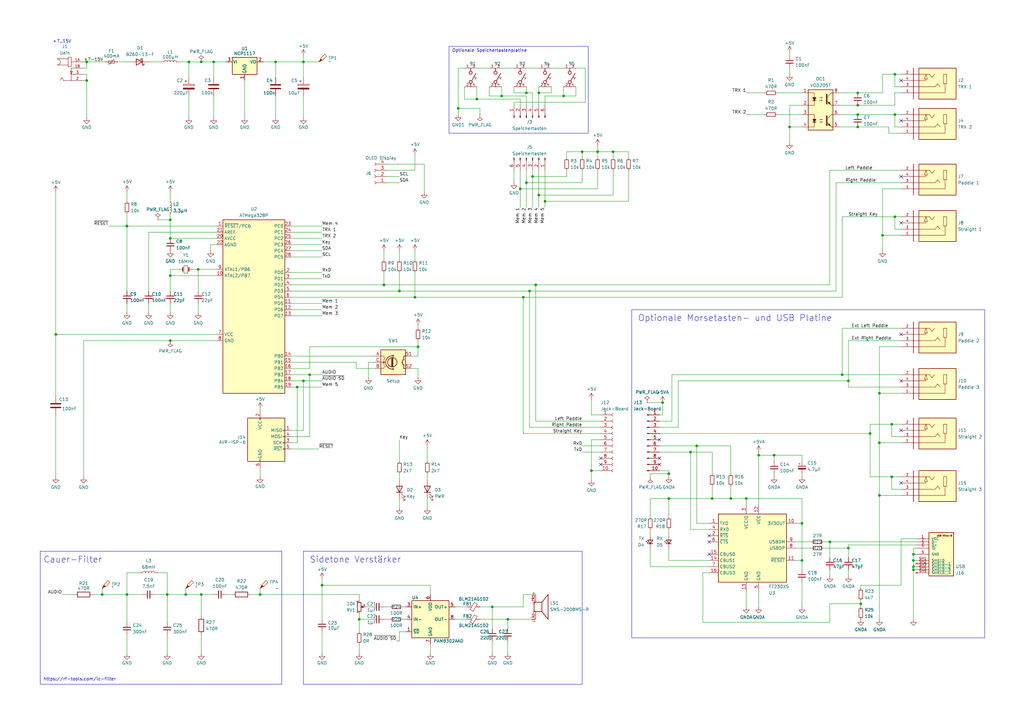
<source format=kicad_sch>
(kicad_sch (version 20230121) (generator eeschema)

  (uuid 854b5595-86e1-4ffa-88fb-a2c16da0c22c)

  (paper "A3")

  (title_block
    (title "BJ-Keyer")
    (date "2023-05-20")
    (rev "1.01")
    (company "Tom, DL7BJ")
    (comment 1 "Morsekeyer für 2 TRX, 3 Paddle, 3 Handtasten")
    (comment 2 "tom@dl7bj.de - https://isnix.de")
  )

  

  (junction (at 238.76 62.23) (diameter 0) (color 0 0 0 0)
    (uuid 012b8c40-5bd1-4c6b-8b9d-a12986167771)
  )
  (junction (at 121.92 158.75) (diameter 0) (color 0 0 0 0)
    (uuid 014ceaa4-fa7e-4db9-b9ff-3ef3bc6ea093)
  )
  (junction (at 113.03 25.4) (diameter 0) (color 0 0 0 0)
    (uuid 05dc2993-11a4-4c06-bca4-2ff5b931ce8b)
  )
  (junction (at 360.68 203.2) (diameter 0) (color 0 0 0 0)
    (uuid 0b45b948-3288-4c68-8fdb-879697d073cf)
  )
  (junction (at 274.32 194.31) (diameter 0) (color 0 0 0 0)
    (uuid 113fd192-3dfa-4837-8841-62ea3aa87fe7)
  )
  (junction (at 219.71 116.84) (diameter 0) (color 0 0 0 0)
    (uuid 129ec209-c009-41f4-a251-fedf7ecf3f6e)
  )
  (junction (at 245.11 62.23) (diameter 0) (color 0 0 0 0)
    (uuid 12b4c8ff-8445-4945-8463-faefea66e8d5)
  )
  (junction (at 351.79 38.1) (diameter 0) (color 0 0 0 0)
    (uuid 13a3db63-ba96-4088-a25d-116d39aafa04)
  )
  (junction (at 124.46 25.4) (diameter 0) (color 0 0 0 0)
    (uuid 13aa5b90-1215-4eeb-a429-8928746b66df)
  )
  (junction (at 201.93 248.92) (diameter 0) (color 0 0 0 0)
    (uuid 1fbcda24-77ef-4942-996b-67e77aa35ab7)
  )
  (junction (at 87.63 25.4) (diameter 0) (color 0 0 0 0)
    (uuid 233a0de2-9094-46a8-b702-87c4c87c6075)
  )
  (junction (at 76.2 243.84) (diameter 0) (color 0 0 0 0)
    (uuid 240aebaa-648e-47dd-8cdc-57cfcf26ccd9)
  )
  (junction (at 69.85 97.79) (diameter 0) (color 0 0 0 0)
    (uuid 242bec4b-dae9-4218-8182-0035cac71af4)
  )
  (junction (at 215.9 38.1) (diameter 0) (color 0 0 0 0)
    (uuid 259bc5f7-83b4-42a5-ad7b-dca121889d15)
  )
  (junction (at 271.78 165.1) (diameter 0) (color 0 0 0 0)
    (uuid 28ca6e13-3b5c-4652-aa7e-f18182ffaec7)
  )
  (junction (at 69.85 90.17) (diameter 0) (color 0 0 0 0)
    (uuid 28d656d2-e4ba-47c9-bf3f-e2dbac7b60ca)
  )
  (junction (at 218.44 72.39) (diameter 0) (color 0 0 0 0)
    (uuid 29e280c9-0a5f-469c-80e7-ab210f563533)
  )
  (junction (at 283.21 185.42) (diameter 0) (color 0 0 0 0)
    (uuid 2adc8c31-1d9b-4f33-9ce4-3faffb513044)
  )
  (junction (at 361.95 96.52) (diameter 0) (color 0 0 0 0)
    (uuid 2ae238eb-b34c-43ec-8a66-a28987b3d100)
  )
  (junction (at 170.18 121.92) (diameter 0) (color 0 0 0 0)
    (uuid 322bc56b-254f-4738-97f4-bfc5d184717d)
  )
  (junction (at 157.48 116.84) (diameter 0) (color 0 0 0 0)
    (uuid 358f8d11-7143-4a8d-b83a-163449e23caf)
  )
  (junction (at 82.55 243.84) (diameter 0) (color 0 0 0 0)
    (uuid 433aa2e6-072b-487a-842b-3cee4b8100e1)
  )
  (junction (at 195.58 40.64) (diameter 0) (color 0 0 0 0)
    (uuid 43cf86fa-d34b-49d1-91ca-31f048a81b63)
  )
  (junction (at 356.87 177.8) (diameter 0) (color 0 0 0 0)
    (uuid 4586e087-b9ec-421a-a6b4-2400358c69c0)
  )
  (junction (at 22.86 137.16) (diameter 0) (color 0 0 0 0)
    (uuid 497e8db0-8dd0-49b4-b7ff-3b129ea684cc)
  )
  (junction (at 251.46 62.23) (diameter 0) (color 0 0 0 0)
    (uuid 4a78f394-33e8-4b5c-ad4e-c5da83798d55)
  )
  (junction (at 306.07 204.47) (diameter 0) (color 0 0 0 0)
    (uuid 5000c705-9a09-4635-827c-c70ff99f3167)
  )
  (junction (at 220.98 80.01) (diameter 0) (color 0 0 0 0)
    (uuid 50986459-e467-466a-b2d8-fa7e988f2215)
  )
  (junction (at 317.5 186.69) (diameter 0) (color 0 0 0 0)
    (uuid 5201eadb-d70d-4528-bc26-cc231e489aa3)
  )
  (junction (at 68.58 243.84) (diameter 0) (color 0 0 0 0)
    (uuid 56922f31-6580-403d-b410-b802ca0dee8a)
  )
  (junction (at 81.28 110.49) (diameter 0) (color 0 0 0 0)
    (uuid 5c422fbd-3fae-427b-aa02-c29c173ad9e8)
  )
  (junction (at 365.76 195.58) (diameter 0) (color 0 0 0 0)
    (uuid 5eefc87f-040e-4b75-a5db-9f76c200a93d)
  )
  (junction (at 77.47 25.4) (diameter 0) (color 0 0 0 0)
    (uuid 66233eaf-b01d-4143-9d04-d6a7a556f232)
  )
  (junction (at 311.15 186.69) (diameter 0) (color 0 0 0 0)
    (uuid 68028c4d-33d3-4d6c-952b-03802caae2be)
  )
  (junction (at 35.56 33.02) (diameter 0) (color 0 0 0 0)
    (uuid 6c1459a7-2770-402c-9cea-c5ea227a79cf)
  )
  (junction (at 215.9 74.93) (diameter 0) (color 0 0 0 0)
    (uuid 7aeb6820-aede-4d56-9e45-458d1287579c)
  )
  (junction (at 69.85 139.7) (diameter 0) (color 0 0 0 0)
    (uuid 7ec600be-cd9a-4fec-9fb2-36145bd06810)
  )
  (junction (at 323.85 52.07) (diameter 0) (color 0 0 0 0)
    (uuid 832f52b9-f546-45bd-8a68-52ebab615251)
  )
  (junction (at 351.79 46.99) (diameter 0) (color 0 0 0 0)
    (uuid 85372248-2840-4477-b1bb-57157a20b7f0)
  )
  (junction (at 231.14 39.37) (diameter 0) (color 0 0 0 0)
    (uuid 8638d427-0da7-4a3c-b301-4aaa807c06c4)
  )
  (junction (at 132.08 240.03) (diameter 0) (color 0 0 0 0)
    (uuid 8b3fabeb-1605-4238-8afb-172028c7cc55)
  )
  (junction (at 351.79 43.18) (diameter 0) (color 0 0 0 0)
    (uuid 8b853de2-3bcf-4464-b368-e5f24f701fd5)
  )
  (junction (at 374.65 227.33) (diameter 0) (color 0 0 0 0)
    (uuid 8e3ac8f4-9975-4fb4-aee7-d3d23f775cdc)
  )
  (junction (at 52.07 243.84) (diameter 0) (color 0 0 0 0)
    (uuid 94b58a66-4300-4f15-b53c-1f03e25cf020)
  )
  (junction (at 187.96 44.45) (diameter 0) (color 0 0 0 0)
    (uuid 9897d8f6-6c44-49ef-877f-ff7e5e177aa8)
  )
  (junction (at 367.03 30.48) (diameter 0) (color 0 0 0 0)
    (uuid 9b3b1e57-f2c3-4d24-8aae-a88ede67d6d0)
  )
  (junction (at 171.45 142.24) (diameter 0) (color 0 0 0 0)
    (uuid 9c4e9e38-b614-4639-baed-448eb702c5a2)
  )
  (junction (at 374.65 233.68) (diameter 0) (color 0 0 0 0)
    (uuid 9fe34222-ae21-4c9f-9e51-4c009067a4f2)
  )
  (junction (at 367.03 88.9) (diameter 0) (color 0 0 0 0)
    (uuid a2a2c002-c013-4ef7-b8be-207bbab88082)
  )
  (junction (at 242.57 193.04) (diameter 0) (color 0 0 0 0)
    (uuid a6493884-234a-4ed2-94a6-9f31d0052b22)
  )
  (junction (at 292.1 204.47) (diameter 0) (color 0 0 0 0)
    (uuid a910aed4-3423-4ce0-9b31-c6806253823b)
  )
  (junction (at 220.98 38.1) (diameter 0) (color 0 0 0 0)
    (uuid a9719473-84b7-4406-ad97-8824100b74e6)
  )
  (junction (at 106.68 243.84) (diameter 0) (color 0 0 0 0)
    (uuid ab397ffe-1059-4e13-8f78-f9b70f55f4f0)
  )
  (junction (at 374.65 229.87) (diameter 0) (color 0 0 0 0)
    (uuid acfa9cef-d397-47aa-afa4-87196ed243dd)
  )
  (junction (at 345.44 153.67) (diameter 0) (color 0 0 0 0)
    (uuid ae9c246e-5d69-44f0-85e4-a33a73d7756b)
  )
  (junction (at 374.65 232.41) (diameter 0) (color 0 0 0 0)
    (uuid af23fec2-c6cd-49b1-ab0a-0377e7033ca0)
  )
  (junction (at 127 153.67) (diameter 0) (color 0 0 0 0)
    (uuid b2e4ff79-b1ed-4fa7-b3ef-bd80f441c365)
  )
  (junction (at 328.93 214.63) (diameter 0) (color 0 0 0 0)
    (uuid b432e85c-f87c-4c74-9a35-d233faeb513c)
  )
  (junction (at 353.06 247.65) (diameter 0) (color 0 0 0 0)
    (uuid b6ec59be-516a-4107-a6b2-875834c210e1)
  )
  (junction (at 208.28 254) (diameter 0) (color 0 0 0 0)
    (uuid b7b361e7-fa8c-4d56-a195-a0758190508a)
  )
  (junction (at 340.36 222.25) (diameter 0) (color 0 0 0 0)
    (uuid baad58e0-6777-4383-af5a-0c1d547f98e7)
  )
  (junction (at 35.56 25.4) (diameter 0) (color 0 0 0 0)
    (uuid bb8b1b82-ede1-4d62-8673-d18106a88598)
  )
  (junction (at 351.79 52.07) (diameter 0) (color 0 0 0 0)
    (uuid bb8e9b7a-8a69-42b0-8811-7507f9205bc5)
  )
  (junction (at 163.83 119.38) (diameter 0) (color 0 0 0 0)
    (uuid bd05bd30-18aa-4309-967f-6645054d9892)
  )
  (junction (at 360.68 181.61) (diameter 0) (color 0 0 0 0)
    (uuid be114405-82a6-400e-a5c3-2202b1d372ae)
  )
  (junction (at 214.63 121.92) (diameter 0) (color 0 0 0 0)
    (uuid bfd76a72-581f-4fc0-b245-6fc2ca2e3e7b)
  )
  (junction (at 223.52 82.55) (diameter 0) (color 0 0 0 0)
    (uuid c3fa369f-43f3-452e-a1a4-0a3ccc473d1d)
  )
  (junction (at 213.36 77.47) (diameter 0) (color 0 0 0 0)
    (uuid cb830e41-f1cf-4f5d-ab54-2020419b00a4)
  )
  (junction (at 367.03 46.99) (diameter 0) (color 0 0 0 0)
    (uuid d2fcabda-264b-41ea-8feb-1a1740759d1a)
  )
  (junction (at 347.98 224.79) (diameter 0) (color 0 0 0 0)
    (uuid d8bb64cb-fdda-4fad-95ee-ea6f741d37bb)
  )
  (junction (at 69.85 113.03) (diameter 0) (color 0 0 0 0)
    (uuid dd1d87d5-ae7e-4435-b054-339396340513)
  )
  (junction (at 217.17 119.38) (diameter 0) (color 0 0 0 0)
    (uuid e5558329-c883-4269-9712-2cd77583559e)
  )
  (junction (at 52.07 92.71) (diameter 0) (color 0 0 0 0)
    (uuid e6b7622d-4eca-42d5-a90f-0fa6d145fc6b)
  )
  (junction (at 365.76 173.99) (diameter 0) (color 0 0 0 0)
    (uuid e87b0023-b8f1-43a5-bf42-a9afbd49de91)
  )
  (junction (at 360.68 161.29) (diameter 0) (color 0 0 0 0)
    (uuid e89c0e52-dc09-420a-a74c-93c9f2d4ce8d)
  )
  (junction (at 124.46 156.21) (diameter 0) (color 0 0 0 0)
    (uuid ee1115df-7a96-49be-ba50-031335b68446)
  )
  (junction (at 41.91 243.84) (diameter 0) (color 0 0 0 0)
    (uuid ef150f67-84e9-4e24-8168-55568e5c7184)
  )
  (junction (at 347.98 156.21) (diameter 0) (color 0 0 0 0)
    (uuid ef3080b3-78e8-4829-a7cc-6ca954600de8)
  )
  (junction (at 205.74 39.37) (diameter 0) (color 0 0 0 0)
    (uuid ef44985e-cd88-4ba7-a247-50a038c3c87e)
  )
  (junction (at 299.72 204.47) (diameter 0) (color 0 0 0 0)
    (uuid f097811e-22ea-4603-8505-c32ac204c20a)
  )
  (junction (at 285.75 182.88) (diameter 0) (color 0 0 0 0)
    (uuid f150a03d-33fd-45e5-ac97-baaa49fb24ab)
  )
  (junction (at 274.32 204.47) (diameter 0) (color 0 0 0 0)
    (uuid f3a9997f-c729-4dab-845f-7feac7343b1c)
  )
  (junction (at 328.93 229.87) (diameter 0) (color 0 0 0 0)
    (uuid f3b5a834-aff1-4d0c-b322-590b3be90c33)
  )
  (junction (at 82.55 25.4) (diameter 0) (color 0 0 0 0)
    (uuid f440139d-7e72-4e52-ac27-81b2b8c2a4bb)
  )
  (junction (at 147.32 254) (diameter 0) (color 0 0 0 0)
    (uuid f8648b5f-56a0-4e84-954d-f809080ddb2a)
  )

  (no_connect (at 369.57 137.16) (uuid 2e127829-fe4c-40ba-84f8-01ca0d3bf6c6))
  (no_connect (at 290.83 227.33) (uuid 340178ee-d2dc-444f-8c7e-b00ede0da2ce))
  (no_connect (at 270.51 180.34) (uuid 488fdef4-13e4-4c66-9bdc-461d266fa7a6))
  (no_connect (at 246.38 187.96) (uuid 5f8f81a8-a273-4b25-9e1e-2802dc3d614f))
  (no_connect (at 290.83 222.25) (uuid 740ed114-4f42-454c-8f77-ef7074d0f47b))
  (no_connect (at 246.38 190.5) (uuid 78d2bcc8-717e-4958-af7e-a1167d5f5ddd))
  (no_connect (at 369.57 198.12) (uuid 847986ce-47b9-4dc6-b568-eb44c3426684))
  (no_connect (at 369.57 33.02) (uuid 8a4822bd-aee2-44fb-a109-5218fa1c5613))
  (no_connect (at 369.57 156.21) (uuid 96e2f4f4-3428-40bb-98ae-f83c607aedce))
  (no_connect (at 369.57 72.39) (uuid baf643b0-9d46-4128-a517-3210138fd8bf))
  (no_connect (at 369.57 49.53) (uuid c2eabd4b-f501-4d46-981f-f05e5edf9068))
  (no_connect (at 270.51 190.5) (uuid c7159337-7b1e-4dd1-84c1-731829451068))
  (no_connect (at 270.51 187.96) (uuid cbf08482-69e4-40fb-8052-e274b2257363))
  (no_connect (at 290.83 219.71) (uuid ced1cf68-8b23-4c3b-b6fb-ea9c27d9f56c))
  (no_connect (at 369.57 176.53) (uuid e9a6b52b-d79f-478c-9f41-08ac30e54344))
  (no_connect (at 369.57 91.44) (uuid eb0aa2ff-5e73-4d5b-8e17-87ae7629a749))

  (wire (pts (xy 44.45 92.71) (xy 52.07 92.71))
    (stroke (width 0) (type default))
    (uuid 00d85d07-4839-4c98-a129-21d30fb6d242)
  )
  (wire (pts (xy 69.85 97.79) (xy 88.9 97.79))
    (stroke (width 0) (type default))
    (uuid 00f68684-571e-4277-8311-4dea4d219387)
  )
  (wire (pts (xy 163.83 259.08) (xy 166.37 259.08))
    (stroke (width 0) (type default))
    (uuid 01c35b64-5b61-47ef-afb2-055006d5e293)
  )
  (wire (pts (xy 231.14 39.37) (xy 231.14 35.56))
    (stroke (width 0) (type default))
    (uuid 024552ec-eeee-4785-8910-7a296b22389c)
  )
  (wire (pts (xy 69.85 139.7) (xy 88.9 139.7))
    (stroke (width 0) (type default))
    (uuid 02dccc3b-a63a-4ec0-a21b-347484c54b42)
  )
  (wire (pts (xy 337.82 224.79) (xy 347.98 224.79))
    (stroke (width 0) (type default))
    (uuid 04011f1e-b725-4a2b-b4e8-e01af07e476f)
  )
  (wire (pts (xy 147.32 254) (xy 147.32 259.08))
    (stroke (width 0) (type default))
    (uuid 04d6d9dc-11e9-45dc-be96-9234e7f07739)
  )
  (wire (pts (xy 124.46 156.21) (xy 124.46 176.53))
    (stroke (width 0) (type default))
    (uuid 0541dbfb-c1b8-4d97-9d2d-07cb259e9141)
  )
  (wire (pts (xy 35.56 33.02) (xy 35.56 48.26))
    (stroke (width 0) (type default))
    (uuid 0583f7db-d725-4d98-b159-a1169a4ade52)
  )
  (wire (pts (xy 205.74 35.56) (xy 205.74 39.37))
    (stroke (width 0) (type default))
    (uuid 05a1626e-b705-49a1-ad4a-bbc6443dd7d5)
  )
  (wire (pts (xy 81.28 110.49) (xy 88.9 110.49))
    (stroke (width 0) (type default))
    (uuid 08ad99b4-e4d7-4482-83b6-539e2c1911ae)
  )
  (wire (pts (xy 278.13 156.21) (xy 347.98 156.21))
    (stroke (width 0) (type default))
    (uuid 0a1aa632-5414-41bb-ac6a-a2d37c7bcf48)
  )
  (wire (pts (xy 69.85 113.03) (xy 88.9 113.03))
    (stroke (width 0) (type default))
    (uuid 0c8fa28b-963a-409d-ab3d-df1de66a8da4)
  )
  (wire (pts (xy 215.9 69.85) (xy 215.9 74.93))
    (stroke (width 0) (type default))
    (uuid 0c9f7193-e2e5-48f2-8ad9-2404d7615e98)
  )
  (wire (pts (xy 34.29 139.7) (xy 69.85 139.7))
    (stroke (width 0) (type default))
    (uuid 0d16f51f-8eaa-4e42-9fb9-a4f3fed79a1b)
  )
  (wire (pts (xy 127 153.67) (xy 132.08 153.67))
    (stroke (width 0) (type default))
    (uuid 0f3a6cc7-87f4-4736-9d4d-c45fb743001c)
  )
  (wire (pts (xy 323.85 43.18) (xy 323.85 52.07))
    (stroke (width 0) (type default))
    (uuid 0f5a4310-882a-47dd-80ce-e2f7dc33569c)
  )
  (wire (pts (xy 218.44 38.1) (xy 215.9 38.1))
    (stroke (width 0) (type default))
    (uuid 0f996ffc-cd38-41c0-9de7-863d021527e1)
  )
  (wire (pts (xy 171.45 151.13) (xy 171.45 154.94))
    (stroke (width 0) (type default))
    (uuid 0fcf05e0-37cf-41bf-bd09-5e4c68f8f5ed)
  )
  (wire (pts (xy 311.15 186.69) (xy 311.15 207.01))
    (stroke (width 0) (type default))
    (uuid 10262007-8273-4bb8-8ab5-1b4d17251d51)
  )
  (wire (pts (xy 113.03 25.4) (xy 124.46 25.4))
    (stroke (width 0) (type default))
    (uuid 10f09998-e973-4e80-8000-0a4fd5cf6e10)
  )
  (wire (pts (xy 364.49 52.07) (xy 364.49 54.61))
    (stroke (width 0) (type default))
    (uuid 1140eded-6bf3-4d64-a25c-5e5115de7ce5)
  )
  (wire (pts (xy 171.45 142.24) (xy 171.45 146.05))
    (stroke (width 0) (type default))
    (uuid 114ebff9-fc04-4bde-8812-8b8f7ab02470)
  )
  (wire (pts (xy 240.03 41.91) (xy 210.82 41.91))
    (stroke (width 0) (type default))
    (uuid 11e44898-df8e-43ae-83fb-07ab748fe6d0)
  )
  (wire (pts (xy 119.38 111.76) (xy 132.08 111.76))
    (stroke (width 0) (type default))
    (uuid 120f1f2e-3eb5-4ea1-a531-88ec268f0ede)
  )
  (wire (pts (xy 251.46 80.01) (xy 220.98 80.01))
    (stroke (width 0) (type default))
    (uuid 12265ce8-d30a-47ec-99a6-eb2624b1f9fe)
  )
  (wire (pts (xy 76.2 241.3) (xy 76.2 243.84))
    (stroke (width 0) (type default))
    (uuid 12f51350-8436-4351-8f11-4ec1fe26b381)
  )
  (wire (pts (xy 257.81 82.55) (xy 223.52 82.55))
    (stroke (width 0) (type default))
    (uuid 12f596b4-2a1b-4bfe-8068-ee184f23474c)
  )
  (wire (pts (xy 220.98 35.56) (xy 220.98 38.1))
    (stroke (width 0) (type default))
    (uuid 13d6c657-d211-4d01-95f2-421aa66e7803)
  )
  (wire (pts (xy 232.41 72.39) (xy 218.44 72.39))
    (stroke (width 0) (type default))
    (uuid 14bb3b84-d5cd-4680-94e2-b5378527d5ed)
  )
  (wire (pts (xy 170.18 121.92) (xy 214.63 121.92))
    (stroke (width 0) (type default))
    (uuid 14c5bd66-0c27-49e5-a4e2-e95f37576826)
  )
  (wire (pts (xy 119.38 129.54) (xy 132.08 129.54))
    (stroke (width 0) (type default))
    (uuid 150ca36d-4c33-474c-aa20-f8e3892306b4)
  )
  (wire (pts (xy 356.87 195.58) (xy 365.76 195.58))
    (stroke (width 0) (type default))
    (uuid 15a71dbb-f0f2-491f-9561-c304bfd19051)
  )
  (wire (pts (xy 353.06 246.38) (xy 353.06 247.65))
    (stroke (width 0) (type default))
    (uuid 16017457-3cb9-40e3-86a0-591c6f72319d)
  )
  (wire (pts (xy 232.41 69.85) (xy 232.41 72.39))
    (stroke (width 0) (type default))
    (uuid 1646e9f2-e841-4f5d-ad06-cdd69e880f89)
  )
  (wire (pts (xy 163.83 180.34) (xy 163.83 189.23))
    (stroke (width 0) (type default))
    (uuid 169c634a-2005-4f10-8647-c654626c13a2)
  )
  (wire (pts (xy 306.07 38.1) (xy 313.69 38.1))
    (stroke (width 0) (type default))
    (uuid 17889252-f3f6-4e48-8213-86d3ac300c36)
  )
  (wire (pts (xy 292.1 185.42) (xy 292.1 194.31))
    (stroke (width 0) (type default))
    (uuid 179d2717-b7ef-4c24-86f3-b2a930475c49)
  )
  (wire (pts (xy 187.96 27.94) (xy 190.5 27.94))
    (stroke (width 0) (type default))
    (uuid 17ebd5bb-49ec-4c65-bff8-898a73dddb5c)
  )
  (wire (pts (xy 351.79 38.1) (xy 361.95 38.1))
    (stroke (width 0) (type default))
    (uuid 181e3c17-5ee7-4442-9dfc-98f599fee3fc)
  )
  (wire (pts (xy 34.29 33.02) (xy 35.56 33.02))
    (stroke (width 0) (type default))
    (uuid 18819fb2-e15d-4a93-96ae-423b837df9d9)
  )
  (wire (pts (xy 245.11 62.23) (xy 245.11 64.77))
    (stroke (width 0) (type default))
    (uuid 18d1c367-a332-42b0-a196-76894c495ede)
  )
  (wire (pts (xy 288.29 234.95) (xy 288.29 255.27))
    (stroke (width 0) (type default))
    (uuid 19cce670-ceba-4447-9591-d0fe04cf7f5f)
  )
  (wire (pts (xy 214.63 243.84) (xy 214.63 248.92))
    (stroke (width 0) (type default))
    (uuid 1a1d2784-47a4-4027-8bb7-07a49bf867e5)
  )
  (wire (pts (xy 353.06 247.65) (xy 353.06 248.92))
    (stroke (width 0) (type default))
    (uuid 1a663290-31b9-45bb-b094-6db7e88b3cfd)
  )
  (wire (pts (xy 119.38 95.25) (xy 132.08 95.25))
    (stroke (width 0) (type default))
    (uuid 1bc86a9d-25cc-4c0d-983a-f720f0b0eb8e)
  )
  (wire (pts (xy 326.39 229.87) (xy 328.93 229.87))
    (stroke (width 0) (type default))
    (uuid 1bf776e3-526e-4ee3-ad6a-78b462be4d36)
  )
  (wire (pts (xy 163.83 204.47) (xy 163.83 208.28))
    (stroke (width 0) (type default))
    (uuid 1cd5f937-d236-49c7-a662-cae572f33993)
  )
  (wire (pts (xy 158.75 74.93) (xy 163.83 74.93))
    (stroke (width 0) (type default))
    (uuid 1ce9891e-de8d-46d8-be4f-a2b1c4f0d2b7)
  )
  (wire (pts (xy 374.65 224.79) (xy 374.65 227.33))
    (stroke (width 0) (type default))
    (uuid 1ceb78a6-116b-491b-95fc-6f46815edd03)
  )
  (wire (pts (xy 360.68 142.24) (xy 369.57 142.24))
    (stroke (width 0) (type default))
    (uuid 1e302f35-a27b-4463-9dc7-1b91d120e9ee)
  )
  (wire (pts (xy 223.52 69.85) (xy 223.52 82.55))
    (stroke (width 0) (type default))
    (uuid 1e42e175-c1b2-4057-b893-a5f85146a7cc)
  )
  (wire (pts (xy 132.08 259.08) (xy 132.08 267.97))
    (stroke (width 0) (type default))
    (uuid 1efae536-12bf-4904-9936-cf00171ddc2b)
  )
  (wire (pts (xy 87.63 39.37) (xy 87.63 48.26))
    (stroke (width 0) (type default))
    (uuid 1f638e34-ee4d-4b69-9486-58829b649b8b)
  )
  (wire (pts (xy 340.36 247.65) (xy 353.06 247.65))
    (stroke (width 0) (type default))
    (uuid 1f765b9f-e1d9-4e9c-bbf4-b2aec1a7c91d)
  )
  (wire (pts (xy 41.91 241.3) (xy 41.91 243.84))
    (stroke (width 0) (type default))
    (uuid 202054d2-deea-4707-b94f-a131d0131d8f)
  )
  (wire (pts (xy 157.48 111.76) (xy 157.48 116.84))
    (stroke (width 0) (type default))
    (uuid 20ade33e-0cf2-4da7-89d8-2c579a3343e2)
  )
  (wire (pts (xy 195.58 40.64) (xy 190.5 40.64))
    (stroke (width 0) (type default))
    (uuid 20f89181-e965-45f3-adeb-598edcf3ac1f)
  )
  (wire (pts (xy 328.93 233.68) (xy 328.93 229.87))
    (stroke (width 0) (type default))
    (uuid 210acafa-9217-4fad-bc2d-1a9caa89acb7)
  )
  (wire (pts (xy 374.65 229.87) (xy 375.92 229.87))
    (stroke (width 0) (type default))
    (uuid 211cc5e1-2850-4836-b32f-903e8b19ab4c)
  )
  (wire (pts (xy 274.32 204.47) (xy 266.7 204.47))
    (stroke (width 0) (type default))
    (uuid 2150c2ce-2b46-4f20-8edd-dd6f683b947d)
  )
  (wire (pts (xy 360.68 142.24) (xy 360.68 161.29))
    (stroke (width 0) (type default))
    (uuid 21c1b368-cb21-45a3-b86f-e52138ebcc0f)
  )
  (wire (pts (xy 106.68 241.3) (xy 106.68 243.84))
    (stroke (width 0) (type default))
    (uuid 220cb0ad-c9a5-4d03-9c20-5569bb7b3aa4)
  )
  (wire (pts (xy 157.48 248.92) (xy 160.02 248.92))
    (stroke (width 0) (type default))
    (uuid 223f9ec6-3278-43a6-b152-22d101f83404)
  )
  (wire (pts (xy 205.74 39.37) (xy 200.66 39.37))
    (stroke (width 0) (type default))
    (uuid 22e97816-049a-49d7-90b4-db208ac014aa)
  )
  (wire (pts (xy 270.51 175.26) (xy 278.13 175.26))
    (stroke (width 0) (type default))
    (uuid 230dd116-e0a0-4679-bb9d-f3798fe952fe)
  )
  (wire (pts (xy 119.38 156.21) (xy 124.46 156.21))
    (stroke (width 0) (type default))
    (uuid 235bc4e6-c9d1-4aad-a89f-f42585ce3767)
  )
  (wire (pts (xy 176.53 264.16) (xy 176.53 267.97))
    (stroke (width 0) (type default))
    (uuid 24a16e44-8469-4a53-bf15-c9cdbed7366b)
  )
  (wire (pts (xy 119.38 184.15) (xy 130.81 184.15))
    (stroke (width 0) (type default))
    (uuid 25082a05-e728-413d-b2d7-8d4b2ab67237)
  )
  (wire (pts (xy 347.98 224.79) (xy 347.98 228.6))
    (stroke (width 0) (type default))
    (uuid 25277dcc-76a8-4ff4-8ed0-8cde19b8807c)
  )
  (wire (pts (xy 106.68 167.64) (xy 106.68 168.91))
    (stroke (width 0) (type default))
    (uuid 267cef51-7b57-4f2b-a69b-e7876f15b9e5)
  )
  (wire (pts (xy 299.72 204.47) (xy 292.1 204.47))
    (stroke (width 0) (type default))
    (uuid 2786d5ba-5e3a-49ae-ac6f-a952f5db13af)
  )
  (wire (pts (xy 146.05 151.13) (xy 153.67 151.13))
    (stroke (width 0) (type default))
    (uuid 27c34eaf-0c9f-434e-bda9-f799e05c017f)
  )
  (wire (pts (xy 78.74 110.49) (xy 81.28 110.49))
    (stroke (width 0) (type default))
    (uuid 283cabff-69e9-41fe-a6f3-b4704b680bc2)
  )
  (wire (pts (xy 328.93 238.76) (xy 328.93 248.92))
    (stroke (width 0) (type default))
    (uuid 2862e68e-e124-4bce-80d9-003da3e8735c)
  )
  (wire (pts (xy 170.18 111.76) (xy 170.18 121.92))
    (stroke (width 0) (type default))
    (uuid 2869cf22-0e5a-4744-8f7b-e82d2abacd13)
  )
  (wire (pts (xy 270.51 170.18) (xy 271.78 170.18))
    (stroke (width 0) (type default))
    (uuid 28ff4f01-5d43-4c60-81fb-bf07fdc48515)
  )
  (wire (pts (xy 369.57 30.48) (xy 367.03 30.48))
    (stroke (width 0) (type default))
    (uuid 2a97c070-dbd3-4e7f-9405-ee4713d6cdbd)
  )
  (wire (pts (xy 271.78 170.18) (xy 271.78 165.1))
    (stroke (width 0) (type default))
    (uuid 2b144e7a-038b-488f-b314-95bcf4a864ac)
  )
  (wire (pts (xy 328.93 194.31) (xy 328.93 195.58))
    (stroke (width 0) (type default))
    (uuid 2b22de7f-265e-4ce2-9375-c3d9799e2f96)
  )
  (wire (pts (xy 323.85 21.59) (xy 323.85 22.86))
    (stroke (width 0) (type default))
    (uuid 2c77a84b-e6c1-4e61-be85-5b881945b4a5)
  )
  (wire (pts (xy 323.85 27.94) (xy 323.85 30.48))
    (stroke (width 0) (type default))
    (uuid 2d1164d1-d591-40fb-bd79-72821d63470c)
  )
  (wire (pts (xy 87.63 25.4) (xy 92.71 25.4))
    (stroke (width 0) (type default))
    (uuid 2dd19300-63cf-4230-9fba-4e65cc295843)
  )
  (wire (pts (xy 215.9 43.18) (xy 215.9 39.37))
    (stroke (width 0) (type default))
    (uuid 2e8a2bc2-0908-4812-b600-73c4ea75098d)
  )
  (wire (pts (xy 68.58 234.95) (xy 68.58 243.84))
    (stroke (width 0) (type default))
    (uuid 2ec30865-54a6-4ac2-a420-4870dd807090)
  )
  (wire (pts (xy 102.87 243.84) (xy 106.68 243.84))
    (stroke (width 0) (type default))
    (uuid 2ef4a4fb-4380-4061-bfa6-78901cfb0c2d)
  )
  (wire (pts (xy 340.36 222.25) (xy 375.92 222.25))
    (stroke (width 0) (type default))
    (uuid 2f22fba5-0577-4f2a-8fb3-9b60640caef0)
  )
  (wire (pts (xy 119.38 102.87) (xy 132.08 102.87))
    (stroke (width 0) (type default))
    (uuid 2f3397c4-4f47-436f-9178-d80ea865ca5e)
  )
  (wire (pts (xy 356.87 173.99) (xy 365.76 173.99))
    (stroke (width 0) (type default))
    (uuid 31da6676-243c-4ff1-bc2b-3a965b397216)
  )
  (wire (pts (xy 163.83 102.87) (xy 163.83 106.68))
    (stroke (width 0) (type default))
    (uuid 32086f30-3658-467a-8355-efdcf4c60b10)
  )
  (wire (pts (xy 347.98 158.75) (xy 347.98 156.21))
    (stroke (width 0) (type default))
    (uuid 338db1c9-1b05-4297-90bf-b63f4b18c7e5)
  )
  (wire (pts (xy 158.75 72.39) (xy 163.83 72.39))
    (stroke (width 0) (type default))
    (uuid 33fc2d12-ad63-4a4f-9905-f6e53221169a)
  )
  (wire (pts (xy 157.48 102.87) (xy 157.48 106.68))
    (stroke (width 0) (type default))
    (uuid 3447e872-3076-4c7e-9bb0-1f751dedd8d0)
  )
  (wire (pts (xy 81.28 110.49) (xy 81.28 119.38))
    (stroke (width 0) (type default))
    (uuid 344bfb22-738f-4c66-8478-a911911446fc)
  )
  (wire (pts (xy 124.46 176.53) (xy 119.38 176.53))
    (stroke (width 0) (type default))
    (uuid 35817b34-81f0-4ad3-b678-ce0ba89f528b)
  )
  (wire (pts (xy 52.07 78.74) (xy 52.07 82.55))
    (stroke (width 0) (type default))
    (uuid 35f28c74-3c48-4237-85e2-b5b6be8c77b2)
  )
  (wire (pts (xy 283.21 217.17) (xy 283.21 185.42))
    (stroke (width 0) (type default))
    (uuid 366723fc-58c3-4668-b227-29d24e28a9fa)
  )
  (wire (pts (xy 275.59 172.72) (xy 270.51 172.72))
    (stroke (width 0) (type default))
    (uuid 3721b86f-7d22-4efd-9402-4acec43aef3a)
  )
  (wire (pts (xy 218.44 69.85) (xy 218.44 72.39))
    (stroke (width 0) (type default))
    (uuid 373537c7-79f3-4cb0-aeef-e6677d1b30c7)
  )
  (wire (pts (xy 106.68 243.84) (xy 147.32 243.84))
    (stroke (width 0) (type default))
    (uuid 3874d1a0-39a5-4c70-848c-1b2a6681b56f)
  )
  (wire (pts (xy 369.57 93.98) (xy 367.03 93.98))
    (stroke (width 0) (type default))
    (uuid 38b98cc2-1e43-4e43-8d3e-7608626e6e77)
  )
  (wire (pts (xy 374.65 232.41) (xy 375.92 232.41))
    (stroke (width 0) (type default))
    (uuid 39088f91-27d9-46d7-b445-dc76179e8c45)
  )
  (wire (pts (xy 86.36 102.87) (xy 86.36 100.33))
    (stroke (width 0) (type default))
    (uuid 39d57b7a-ec5c-4b45-8720-405f3df00412)
  )
  (wire (pts (xy 64.77 234.95) (xy 68.58 234.95))
    (stroke (width 0) (type default))
    (uuid 3ad9dea7-ec07-4033-b625-5c22ee2d5e26)
  )
  (wire (pts (xy 290.83 232.41) (xy 266.7 232.41))
    (stroke (width 0) (type default))
    (uuid 3ba5e0cc-d6ce-47b0-8933-dd888db9eacb)
  )
  (wire (pts (xy 242.57 193.04) (xy 242.57 196.85))
    (stroke (width 0) (type default))
    (uuid 3d1f44ab-d708-4aaf-8067-3ecf5d7073fd)
  )
  (wire (pts (xy 242.57 170.18) (xy 242.57 163.83))
    (stroke (width 0) (type default))
    (uuid 3d54d01b-929e-4ec9-9e54-0de79276d6fb)
  )
  (wire (pts (xy 274.32 204.47) (xy 274.32 212.09))
    (stroke (width 0) (type default))
    (uuid 3da3274a-a094-4b27-bcfd-bebf503f734e)
  )
  (wire (pts (xy 119.38 124.46) (xy 132.08 124.46))
    (stroke (width 0) (type default))
    (uuid 3dc8fcaa-efeb-44cc-9615-95de9d6af91b)
  )
  (wire (pts (xy 218.44 72.39) (xy 218.44 85.09))
    (stroke (width 0) (type default))
    (uuid 3ed09e44-230d-4732-8ba9-986ff24ab574)
  )
  (wire (pts (xy 344.17 46.99) (xy 351.79 46.99))
    (stroke (width 0) (type default))
    (uuid 40010b87-9d63-4d23-b338-6796a665847f)
  )
  (wire (pts (xy 119.38 181.61) (xy 121.92 181.61))
    (stroke (width 0) (type default))
    (uuid 407783b0-8bcf-45ca-bf59-7e0019bbb7a1)
  )
  (wire (pts (xy 175.26 204.47) (xy 175.26 208.28))
    (stroke (width 0) (type default))
    (uuid 408bb0d1-d6fe-4346-80fc-93be0a993ecc)
  )
  (wire (pts (xy 163.83 119.38) (xy 217.17 119.38))
    (stroke (width 0) (type default))
    (uuid 41b48feb-c443-4693-97e7-11e09180eb65)
  )
  (wire (pts (xy 210.82 38.1) (xy 210.82 35.56))
    (stroke (width 0) (type default))
    (uuid 4288f65d-9e7c-49dd-b520-11c89bbe8c1e)
  )
  (wire (pts (xy 238.76 62.23) (xy 245.11 62.23))
    (stroke (width 0) (type default))
    (uuid 429964dc-5a08-4478-b22e-feff29520c18)
  )
  (wire (pts (xy 196.85 248.92) (xy 201.93 248.92))
    (stroke (width 0) (type default))
    (uuid 43ab2574-0da3-42a7-917f-6231de09417d)
  )
  (wire (pts (xy 208.28 254) (xy 219.71 254))
    (stroke (width 0) (type default))
    (uuid 44840d06-7b85-4c78-b7a2-e972d8927739)
  )
  (wire (pts (xy 245.11 69.85) (xy 245.11 77.47))
    (stroke (width 0) (type default))
    (uuid 44d88d39-fbfd-464c-bbdc-7490b7472d3a)
  )
  (wire (pts (xy 367.03 35.56) (xy 367.03 30.48))
    (stroke (width 0) (type default))
    (uuid 4515b37d-9faf-489d-a923-87facafaed44)
  )
  (wire (pts (xy 367.03 52.07) (xy 367.03 46.99))
    (stroke (width 0) (type default))
    (uuid 45246bf4-da22-4aa8-9bc1-4bbc6adcbb28)
  )
  (wire (pts (xy 345.44 134.62) (xy 369.57 134.62))
    (stroke (width 0) (type default))
    (uuid 45313cc8-da24-4896-b19d-a63aae565e95)
  )
  (wire (pts (xy 360.68 161.29) (xy 369.57 161.29))
    (stroke (width 0) (type default))
    (uuid 459f6874-df9c-4ff2-9668-ee869dc81e00)
  )
  (wire (pts (xy 22.86 170.18) (xy 22.86 195.58))
    (stroke (width 0) (type default))
    (uuid 4628d9ad-ee4a-4569-b877-e6aefe8041ab)
  )
  (wire (pts (xy 369.57 220.98) (xy 369.57 240.03))
    (stroke (width 0) (type default))
    (uuid 46b95a8e-cbf4-4976-9b96-f2109e122f5d)
  )
  (wire (pts (xy 317.5 194.31) (xy 317.5 195.58))
    (stroke (width 0) (type default))
    (uuid 4757d77b-1075-4d5d-aa21-0c105d096eda)
  )
  (wire (pts (xy 205.74 27.94) (xy 210.82 27.94))
    (stroke (width 0) (type default))
    (uuid 4767a62e-0703-4f87-a624-937bafb334c8)
  )
  (wire (pts (xy 365.76 173.99) (xy 369.57 173.99))
    (stroke (width 0) (type default))
    (uuid 47a29275-61be-4a09-8d25-e6360374a611)
  )
  (wire (pts (xy 217.17 119.38) (xy 217.17 175.26))
    (stroke (width 0) (type default))
    (uuid 47d81aa6-47d9-4526-bfb5-a26bba740b9e)
  )
  (wire (pts (xy 347.98 139.7) (xy 369.57 139.7))
    (stroke (width 0) (type default))
    (uuid 48023d03-8a37-4be5-8d7b-a3f0423e34ce)
  )
  (wire (pts (xy 374.65 233.68) (xy 374.65 254))
    (stroke (width 0) (type default))
    (uuid 48058777-7791-4407-8830-357ceb2531a3)
  )
  (wire (pts (xy 367.03 38.1) (xy 369.57 38.1))
    (stroke (width 0) (type default))
    (uuid 48aac6e6-3c1f-44bd-bfe0-7f862389cf53)
  )
  (wire (pts (xy 360.68 161.29) (xy 360.68 181.61))
    (stroke (width 0) (type default))
    (uuid 493c280b-f1a1-4440-ac2d-eb89992f998d)
  )
  (wire (pts (xy 210.82 69.85) (xy 210.82 74.93))
    (stroke (width 0) (type default))
    (uuid 4947cf42-cf05-42ac-b353-c63b80671a7c)
  )
  (wire (pts (xy 69.85 110.49) (xy 69.85 113.03))
    (stroke (width 0) (type default))
    (uuid 4c0428a2-021d-4734-a7f2-d4ee4e82b59d)
  )
  (wire (pts (xy 299.72 194.31) (xy 299.72 182.88))
    (stroke (width 0) (type default))
    (uuid 4c5d1b9e-2bed-4225-a986-bc3ff61cfed8)
  )
  (wire (pts (xy 195.58 35.56) (xy 195.58 40.64))
    (stroke (width 0) (type default))
    (uuid 4c6d8e6c-e064-4633-8398-45a26a6dcea8)
  )
  (wire (pts (xy 367.03 88.9) (xy 367.03 93.98))
    (stroke (width 0) (type default))
    (uuid 4d01a173-a299-4c4c-ae70-15cd8921daa3)
  )
  (wire (pts (xy 223.52 82.55) (xy 223.52 85.09))
    (stroke (width 0) (type default))
    (uuid 4d86e3ab-cfee-4401-9df7-3ac4f43b4fcf)
  )
  (wire (pts (xy 170.18 102.87) (xy 170.18 106.68))
    (stroke (width 0) (type default))
    (uuid 4e93292e-3dad-41c0-84ed-68e7ef71b1b5)
  )
  (wire (pts (xy 369.57 35.56) (xy 367.03 35.56))
    (stroke (width 0) (type default))
    (uuid 4f4b1326-d777-4dc3-805d-e39b54405360)
  )
  (wire (pts (xy 318.77 46.99) (xy 328.93 46.99))
    (stroke (width 0) (type default))
    (uuid 5115acd8-a8f7-4672-89c7-0f2889edf53e)
  )
  (wire (pts (xy 347.98 223.52) (xy 347.98 224.79))
    (stroke (width 0) (type default))
    (uuid 5195bd63-283f-4620-8e1c-23666be0d71b)
  )
  (wire (pts (xy 232.41 62.23) (xy 238.76 62.23))
    (stroke (width 0) (type default))
    (uuid 534c4d72-d7e5-4f8d-86ec-878b488a2d48)
  )
  (wire (pts (xy 356.87 177.8) (xy 270.51 177.8))
    (stroke (width 0) (type default))
    (uuid 5554f9e2-6d82-4aa3-9153-b1a4fcec3e5a)
  )
  (wire (pts (xy 196.85 44.45) (xy 187.96 44.45))
    (stroke (width 0) (type default))
    (uuid 55948b94-afc6-46a7-b400-e675ce68e9bc)
  )
  (wire (pts (xy 215.9 38.1) (xy 210.82 38.1))
    (stroke (width 0) (type default))
    (uuid 56b39ed9-2ed6-402c-b840-cd2d5e594e1a)
  )
  (wire (pts (xy 360.68 203.2) (xy 369.57 203.2))
    (stroke (width 0) (type default))
    (uuid 57648db6-08db-4eed-8204-91a6fae232b5)
  )
  (wire (pts (xy 124.46 39.37) (xy 124.46 48.26))
    (stroke (width 0) (type default))
    (uuid 58a5c4a2-4231-4e4f-a0bd-b01307c6661e)
  )
  (wire (pts (xy 219.71 116.84) (xy 340.36 116.84))
    (stroke (width 0) (type default))
    (uuid 58a8acb9-22a0-4aac-ba26-d6d9a34e3dc6)
  )
  (wire (pts (xy 119.38 100.33) (xy 132.08 100.33))
    (stroke (width 0) (type default))
    (uuid 5964da62-64b4-4668-b440-cffb9f0264a8)
  )
  (wire (pts (xy 69.85 78.74) (xy 69.85 82.55))
    (stroke (width 0) (type default))
    (uuid 59b55e1d-13cf-4bc0-a162-6222ad058ab9)
  )
  (wire (pts (xy 213.36 43.18) (xy 213.36 40.64))
    (stroke (width 0) (type default))
    (uuid 5a990115-538b-4386-8bda-f0b374352ffe)
  )
  (wire (pts (xy 213.36 69.85) (xy 213.36 77.47))
    (stroke (width 0) (type default))
    (uuid 5b4ce265-c10b-4a8a-b6c2-7ee11bd3c463)
  )
  (wire (pts (xy 306.07 207.01) (xy 306.07 204.47))
    (stroke (width 0) (type default))
    (uuid 5ba70fe8-973a-4bf0-9458-903d06fc0b35)
  )
  (wire (pts (xy 266.7 217.17) (xy 266.7 219.71))
    (stroke (width 0) (type default))
    (uuid 5cfc970e-b605-40d3-b4fa-cf8e1f3c2813)
  )
  (wire (pts (xy 147.32 264.16) (xy 147.32 267.97))
    (stroke (width 0) (type default))
    (uuid 5d00b08f-7db8-49d6-a23d-16f9ac6ce96e)
  )
  (wire (pts (xy 251.46 62.23) (xy 257.81 62.23))
    (stroke (width 0) (type default))
    (uuid 5d0b55ed-54bc-4cf1-8067-ec6416b0c2df)
  )
  (wire (pts (xy 275.59 153.67) (xy 345.44 153.67))
    (stroke (width 0) (type default))
    (uuid 5d508eb4-3fe9-4d58-b614-f7c8fa44c98f)
  )
  (wire (pts (xy 266.7 195.58) (xy 266.7 194.31))
    (stroke (width 0) (type default))
    (uuid 5d91aff2-aa1d-4f4c-877b-30ce37e59418)
  )
  (wire (pts (xy 214.63 177.8) (xy 246.38 177.8))
    (stroke (width 0) (type default))
    (uuid 5dc09ca8-e49c-409c-b2f0-b09728cdbf82)
  )
  (wire (pts (xy 113.03 25.4) (xy 113.03 31.75))
    (stroke (width 0) (type default))
    (uuid 5f041cad-304d-48a2-b772-2ab2370d84cc)
  )
  (wire (pts (xy 163.83 262.89) (xy 163.83 259.08))
    (stroke (width 0) (type default))
    (uuid 5f45b321-14e1-4a26-af7d-d962473369d2)
  )
  (wire (pts (xy 35.56 30.48) (xy 35.56 33.02))
    (stroke (width 0) (type default))
    (uuid 5ff45757-0f46-4f13-bf3d-0bf72cf23f0e)
  )
  (wire (pts (xy 81.28 124.46) (xy 81.28 128.27))
    (stroke (width 0) (type default))
    (uuid 601787d9-72cb-4a18-b6a0-0a86e5fb5fc3)
  )
  (wire (pts (xy 119.38 151.13) (xy 127 151.13))
    (stroke (width 0) (type default))
    (uuid 60beed78-cdf9-45df-ad34-4b04e5ffc498)
  )
  (wire (pts (xy 326.39 222.25) (xy 332.74 222.25))
    (stroke (width 0) (type default))
    (uuid 613bf55a-8b88-4472-ab6f-c9d8d82df741)
  )
  (wire (pts (xy 124.46 156.21) (xy 132.08 156.21))
    (stroke (width 0) (type default))
    (uuid 61c6abeb-6f8c-4706-8cac-9df358d62bdf)
  )
  (wire (pts (xy 124.46 25.4) (xy 124.46 31.75))
    (stroke (width 0) (type default))
    (uuid 6241053d-312e-4c1a-b6c1-27ce733580b0)
  )
  (wire (pts (xy 68.58 255.27) (xy 68.58 243.84))
    (stroke (width 0) (type default))
    (uuid 634c5ac6-9da0-4bf7-a90e-5426a22a6464)
  )
  (wire (pts (xy 69.85 90.17) (xy 69.85 97.79))
    (stroke (width 0) (type default))
    (uuid 63d56551-6ad9-4371-8e40-1089c7c91682)
  )
  (wire (pts (xy 328.93 186.69) (xy 328.93 189.23))
    (stroke (width 0) (type default))
    (uuid 64bf4098-94cc-4646-8d00-e7529fb7a7b5)
  )
  (wire (pts (xy 127 151.13) (xy 127 142.24))
    (stroke (width 0) (type default))
    (uuid 66255a35-6be8-42ec-98aa-7ea292d75460)
  )
  (wire (pts (xy 361.95 96.52) (xy 369.57 96.52))
    (stroke (width 0) (type default))
    (uuid 6712a867-aa6c-4f49-af5e-dc5e2de845f9)
  )
  (wire (pts (xy 328.93 229.87) (xy 328.93 214.63))
    (stroke (width 0) (type default))
    (uuid 6784ca59-9f9b-4031-a7a4-f2b98a14ea1c)
  )
  (wire (pts (xy 132.08 240.03) (xy 132.08 254))
    (stroke (width 0) (type default))
    (uuid 67c9d24f-7519-4b9b-8512-33f6ecc25662)
  )
  (wire (pts (xy 158.75 69.85) (xy 170.18 69.85))
    (stroke (width 0) (type default))
    (uuid 690e4710-fed8-4c3c-a001-fb065e893716)
  )
  (wire (pts (xy 347.98 158.75) (xy 369.57 158.75))
    (stroke (width 0) (type default))
    (uuid 69eab248-25ee-4fab-9605-3cf05b4b93d3)
  )
  (wire (pts (xy 215.9 27.94) (xy 220.98 27.94))
    (stroke (width 0) (type default))
    (uuid 6a26caa4-4cad-411e-9ba9-233975354ae0)
  )
  (wire (pts (xy 68.58 260.35) (xy 68.58 267.97))
    (stroke (width 0) (type default))
    (uuid 6af35c54-6a0f-40df-b884-e917fce73a84)
  )
  (wire (pts (xy 290.83 229.87) (xy 274.32 229.87))
    (stroke (width 0) (type default))
    (uuid 6af4db32-ebb4-44fc-ad54-d7f5f8f0660d)
  )
  (wire (pts (xy 367.03 43.18) (xy 351.79 43.18))
    (stroke (width 0) (type default))
    (uuid 6bf9808d-ccb8-4571-a02e-4fdbe1aaa5c6)
  )
  (wire (pts (xy 168.91 146.05) (xy 171.45 146.05))
    (stroke (width 0) (type default))
    (uuid 6cc26a1b-6036-4886-9961-42eb57140804)
  )
  (wire (pts (xy 369.57 52.07) (xy 367.03 52.07))
    (stroke (width 0) (type default))
    (uuid 6d29498e-d23d-45d1-a012-522b1aa77372)
  )
  (wire (pts (xy 369.57 179.07) (xy 365.76 179.07))
    (stroke (width 0) (type default))
    (uuid 6d94ac30-2234-46b4-af54-6a9366065e99)
  )
  (wire (pts (xy 337.82 222.25) (xy 340.36 222.25))
    (stroke (width 0) (type default))
    (uuid 6da64aa9-c824-4145-8ce4-b1420fd38344)
  )
  (wire (pts (xy 345.44 121.92) (xy 345.44 88.9))
    (stroke (width 0) (type default))
    (uuid 6da97fea-5189-454e-add3-06a88e7cbdfd)
  )
  (wire (pts (xy 69.85 87.63) (xy 69.85 90.17))
    (stroke (width 0) (type default))
    (uuid 6e6a8db5-9662-4a29-b9eb-e1742ab9b1c2)
  )
  (wire (pts (xy 226.06 35.56) (xy 226.06 38.1))
    (stroke (width 0) (type default))
    (uuid 6f14f678-76f6-462d-a483-762f7fca7d7b)
  )
  (wire (pts (xy 245.11 62.23) (xy 245.11 59.69))
    (stroke (width 0) (type default))
    (uuid 7004ad59-f322-474a-8846-bdeae92e8d22)
  )
  (wire (pts (xy 361.95 77.47) (xy 361.95 96.52))
    (stroke (width 0) (type default))
    (uuid 72619eb2-0e80-41ba-8c90-0f5c6fbc5570)
  )
  (wire (pts (xy 328.93 204.47) (xy 328.93 214.63))
    (stroke (width 0) (type default))
    (uuid 728645fc-9a20-43ed-9597-dc1e0cebabff)
  )
  (wire (pts (xy 119.38 146.05) (xy 153.67 146.05))
    (stroke (width 0) (type default))
    (uuid 72a67bd6-ef07-44f5-90e2-7ff185f98883)
  )
  (wire (pts (xy 374.65 227.33) (xy 375.92 227.33))
    (stroke (width 0) (type default))
    (uuid 72f56785-4f93-4f3e-8cb6-5b86644ec0f3)
  )
  (wire (pts (xy 238.76 74.93) (xy 215.9 74.93))
    (stroke (width 0) (type default))
    (uuid 731c20ca-1529-4d81-892b-f06ed113baf6)
  )
  (wire (pts (xy 196.85 44.45) (xy 196.85 46.99))
    (stroke (width 0) (type default))
    (uuid 738befa9-e43e-4439-99ae-0fcbf3fd898d)
  )
  (wire (pts (xy 195.58 27.94) (xy 200.66 27.94))
    (stroke (width 0) (type default))
    (uuid 73c5278d-08f8-4ca6-acf3-7e2596c6906e)
  )
  (wire (pts (xy 52.07 124.46) (xy 52.07 128.27))
    (stroke (width 0) (type default))
    (uuid 74af1f83-ec3c-4bf4-9fb4-5a74a97bd88a)
  )
  (wire (pts (xy 88.9 92.71) (xy 52.07 92.71))
    (stroke (width 0) (type default))
    (uuid 75003134-09a1-4991-8774-82a506238df5)
  )
  (wire (pts (xy 340.36 247.65) (xy 340.36 255.27))
    (stroke (width 0) (type default))
    (uuid 751eb2e8-14ab-4551-8470-60b54d5589dd)
  )
  (wire (pts (xy 176.53 240.03) (xy 132.08 240.03))
    (stroke (width 0) (type default))
    (uuid 7529f83a-a688-4428-a27d-04efc9c44744)
  )
  (wire (pts (xy 347.98 139.7) (xy 347.98 156.21))
    (stroke (width 0) (type default))
    (uuid 760d26ff-8705-492c-ae04-b1777366b4c4)
  )
  (wire (pts (xy 270.51 193.04) (xy 274.32 193.04))
    (stroke (width 0) (type default))
    (uuid 764b3e39-d00e-419e-9358-d013ad8ca660)
  )
  (wire (pts (xy 187.96 44.45) (xy 187.96 46.99))
    (stroke (width 0) (type default))
    (uuid 7671ffd2-0ef5-4e2b-acb3-8ab51f4be3f8)
  )
  (wire (pts (xy 290.83 217.17) (xy 283.21 217.17))
    (stroke (width 0) (type default))
    (uuid 772a9a82-bf2f-4850-a7d1-6ce5b05536e3)
  )
  (wire (pts (xy 157.48 116.84) (xy 219.71 116.84))
    (stroke (width 0) (type default))
    (uuid 78782bd4-510e-4f81-b234-3134a86acd1b)
  )
  (wire (pts (xy 220.98 80.01) (xy 220.98 69.85))
    (stroke (width 0) (type default))
    (uuid 78bde1c8-f3b9-4104-ad04-44f7daecd44b)
  )
  (wire (pts (xy 317.5 186.69) (xy 328.93 186.69))
    (stroke (width 0) (type default))
    (uuid 794650a7-9e2f-47ca-a202-1113a9a3e804)
  )
  (wire (pts (xy 238.76 182.88) (xy 246.38 182.88))
    (stroke (width 0) (type default))
    (uuid 795058a7-527c-42e8-9c66-516da73d985f)
  )
  (wire (pts (xy 365.76 195.58) (xy 365.76 200.66))
    (stroke (width 0) (type default))
    (uuid 79846c88-0167-4745-aff4-1d19551961fe)
  )
  (wire (pts (xy 361.95 96.52) (xy 361.95 102.87))
    (stroke (width 0) (type default))
    (uuid 7992e837-4f72-45c6-8441-9565dce724a1)
  )
  (wire (pts (xy 35.56 25.4) (xy 35.56 27.94))
    (stroke (width 0) (type default))
    (uuid 7a3366f9-98a2-4e98-9158-17a4a05c028e)
  )
  (wire (pts (xy 48.26 25.4) (xy 53.34 25.4))
    (stroke (width 0) (type default))
    (uuid 7a399760-6db3-4dc2-a3b7-0734a68d739b)
  )
  (wire (pts (xy 353.06 240.03) (xy 369.57 240.03))
    (stroke (width 0) (type default))
    (uuid 7ac00482-6568-4d97-b4a0-bb237d939412)
  )
  (wire (pts (xy 201.93 248.92) (xy 201.93 257.81))
    (stroke (width 0) (type default))
    (uuid 7b03408f-1e2c-40be-9836-6a53c7b83b40)
  )
  (wire (pts (xy 119.38 158.75) (xy 121.92 158.75))
    (stroke (width 0) (type default))
    (uuid 7c7cb6f6-77c2-4b93-afbb-78288766782f)
  )
  (wire (pts (xy 365.76 195.58) (xy 369.57 195.58))
    (stroke (width 0) (type default))
    (uuid 7d772de3-f18a-4d5f-957c-2eb5b341ed36)
  )
  (wire (pts (xy 113.03 39.37) (xy 113.03 48.26))
    (stroke (width 0) (type default))
    (uuid 7e45744f-4514-40f9-bb6f-4e8f6ee742a3)
  )
  (wire (pts (xy 292.1 199.39) (xy 292.1 204.47))
    (stroke (width 0) (type default))
    (uuid 7e55561f-1bb2-4f67-ab1c-355a2f392128)
  )
  (wire (pts (xy 187.96 44.45) (xy 187.96 27.94))
    (stroke (width 0) (type default))
    (uuid 7e85d027-6dcc-4790-8407-6b480c7ce9f4)
  )
  (wire (pts (xy 214.63 121.92) (xy 214.63 177.8))
    (stroke (width 0) (type default))
    (uuid 7f075787-5847-4b2a-bcd9-6f3840b6b223)
  )
  (wire (pts (xy 77.47 31.75) (xy 77.47 25.4))
    (stroke (width 0) (type default))
    (uuid 8011a21a-d729-4c6a-967b-8359ee2f6016)
  )
  (wire (pts (xy 356.87 173.99) (xy 356.87 177.8))
    (stroke (width 0) (type default))
    (uuid 80797b88-b8ab-4060-b630-d9c51c7cabe8)
  )
  (wire (pts (xy 219.71 172.72) (xy 246.38 172.72))
    (stroke (width 0) (type default))
    (uuid 80f08767-14a1-4911-a559-9f40001c767f)
  )
  (wire (pts (xy 34.29 30.48) (xy 35.56 30.48))
    (stroke (width 0) (type default))
    (uuid 8355efdb-b183-4acb-8a10-7ba0b7ea25cb)
  )
  (wire (pts (xy 38.1 243.84) (xy 41.91 243.84))
    (stroke (width 0) (type default))
    (uuid 83a1f086-5cb7-46f2-b173-cc44bcb20de9)
  )
  (wire (pts (xy 306.07 204.47) (xy 328.93 204.47))
    (stroke (width 0) (type default))
    (uuid 83d8ecce-2961-418b-96b8-1760d5599008)
  )
  (wire (pts (xy 147.32 243.84) (xy 147.32 246.38))
    (stroke (width 0) (type default))
    (uuid 83e1b802-b3c1-463a-95f6-404ce403763e)
  )
  (wire (pts (xy 119.38 119.38) (xy 163.83 119.38))
    (stroke (width 0) (type default))
    (uuid 84ce072c-00aa-40af-89c0-595a1ef9ec7f)
  )
  (wire (pts (xy 270.51 182.88) (xy 285.75 182.88))
    (stroke (width 0) (type default))
    (uuid 855a4ada-0abc-49f5-b3d2-15783bbee2f6)
  )
  (wire (pts (xy 127 153.67) (xy 127 179.07))
    (stroke (width 0) (type default))
    (uuid 85c658c9-baa6-41bc-bdc1-9b9ae5638579)
  )
  (wire (pts (xy 345.44 134.62) (xy 345.44 153.67))
    (stroke (width 0) (type default))
    (uuid 8682da1c-9fc5-4b21-8c50-ad2f2ddb8e71)
  )
  (wire (pts (xy 190.5 40.64) (xy 190.5 35.56))
    (stroke (width 0) (type default))
    (uuid 869008c0-2065-4a95-b0e2-aed8db733ee8)
  )
  (wire (pts (xy 369.57 77.47) (xy 361.95 77.47))
    (stroke (width 0) (type default))
    (uuid 86a1c2e2-cd85-4a1d-bc9c-f0672fc67f00)
  )
  (wire (pts (xy 106.68 191.77) (xy 106.68 195.58))
    (stroke (width 0) (type default))
    (uuid 86cc64e0-87d4-4f09-9651-f13a2b72304c)
  )
  (wire (pts (xy 361.95 30.48) (xy 361.95 38.1))
    (stroke (width 0) (type default))
    (uuid 873dc461-c03c-405e-bc62-df8f84765f2d)
  )
  (wire (pts (xy 52.07 234.95) (xy 52.07 243.84))
    (stroke (width 0) (type default))
    (uuid 88daeb22-8c74-4ce0-bba4-5afecb677e4a)
  )
  (wire (pts (xy 317.5 186.69) (xy 317.5 189.23))
    (stroke (width 0) (type default))
    (uuid 89517e62-d270-4930-b7fa-b58e353006eb)
  )
  (wire (pts (xy 119.38 153.67) (xy 127 153.67))
    (stroke (width 0) (type default))
    (uuid 8982b331-5c9b-43d8-b8b9-79a47eaafd0d)
  )
  (wire (pts (xy 219.71 243.84) (xy 214.63 243.84))
    (stroke (width 0) (type default))
    (uuid 8a195121-7798-4ff9-8179-8cdbe9db837c)
  )
  (wire (pts (xy 242.57 180.34) (xy 242.57 193.04))
    (stroke (width 0) (type default))
    (uuid 8adc4f51-d7c4-4976-b1cc-3f41f474e5e5)
  )
  (wire (pts (xy 214.63 121.92) (xy 345.44 121.92))
    (stroke (width 0) (type default))
    (uuid 8b5c26e0-9531-44b0-b37f-20b162ef65a6)
  )
  (wire (pts (xy 251.46 62.23) (xy 251.46 64.77))
    (stroke (width 0) (type default))
    (uuid 8bb6bdf4-8e19-475d-90de-c6e6f66c88bb)
  )
  (wire (pts (xy 318.77 38.1) (xy 328.93 38.1))
    (stroke (width 0) (type default))
    (uuid 8bfabffd-1345-4433-a139-9c3292493d02)
  )
  (wire (pts (xy 217.17 119.38) (xy 342.9 119.38))
    (stroke (width 0) (type default))
    (uuid 8d7b4da5-de16-43c8-838f-7bab3a4caa2a)
  )
  (wire (pts (xy 165.1 254) (xy 166.37 254))
    (stroke (width 0) (type default))
    (uuid 8ed41d61-992f-4a45-a1ae-a9421fd53977)
  )
  (wire (pts (xy 196.85 254) (xy 208.28 254))
    (stroke (width 0) (type default))
    (uuid 8eebd1e9-7eda-4e7a-9eb2-0973f5dd554e)
  )
  (wire (pts (xy 238.76 185.42) (xy 246.38 185.42))
    (stroke (width 0) (type default))
    (uuid 8f806397-467c-4cc6-acda-c6bef0df3016)
  )
  (wire (pts (xy 236.22 39.37) (xy 236.22 35.56))
    (stroke (width 0) (type default))
    (uuid 900718d2-2536-445c-9710-b3ac26fa091a)
  )
  (wire (pts (xy 266.7 224.79) (xy 266.7 232.41))
    (stroke (width 0) (type default))
    (uuid 9040dcf3-3151-4497-8c86-5fdcd15e7a07)
  )
  (wire (pts (xy 323.85 43.18) (xy 328.93 43.18))
    (stroke (width 0) (type default))
    (uuid 90a68ebe-a1d8-42d8-a997-d9d319842fe5)
  )
  (wire (pts (xy 344.17 38.1) (xy 351.79 38.1))
    (stroke (width 0) (type default))
    (uuid 91c4ac61-8026-49d7-858c-f4c38341c84a)
  )
  (wire (pts (xy 360.68 181.61) (xy 360.68 203.2))
    (stroke (width 0) (type default))
    (uuid 91d00589-7f29-49c3-b9b5-c7164c2b7daf)
  )
  (wire (pts (xy 345.44 88.9) (xy 367.03 88.9))
    (stroke (width 0) (type default))
    (uuid 9256e39e-105f-4a66-91cf-6e385ba0bd5b)
  )
  (wire (pts (xy 119.38 116.84) (xy 157.48 116.84))
    (stroke (width 0) (type default))
    (uuid 94dfb3f7-206a-4132-bad2-216de9a7e5a2)
  )
  (wire (pts (xy 22.86 137.16) (xy 22.86 162.56))
    (stroke (width 0) (type default))
    (uuid 950419db-a115-4e17-befc-378b79141d59)
  )
  (wire (pts (xy 274.32 193.04) (xy 274.32 194.31))
    (stroke (width 0) (type default))
    (uuid 958325f6-cc7f-4583-abec-bfebcbac4fda)
  )
  (wire (pts (xy 163.83 194.31) (xy 163.83 196.85))
    (stroke (width 0) (type default))
    (uuid 95bc564e-39f0-405a-a732-2c2b85338b9e)
  )
  (wire (pts (xy 77.47 25.4) (xy 82.55 25.4))
    (stroke (width 0) (type default))
    (uuid 96b29e1b-88dd-46f3-8315-2dba2489cdad)
  )
  (wire (pts (xy 168.91 151.13) (xy 171.45 151.13))
    (stroke (width 0) (type default))
    (uuid 96b37389-edd9-4018-a6ac-fb147b0eb15d)
  )
  (wire (pts (xy 147.32 254) (xy 152.4 254))
    (stroke (width 0) (type default))
    (uuid 9869392c-46b9-4b3d-b8b2-eebb3e5e292a)
  )
  (wire (pts (xy 132.08 237.49) (xy 132.08 240.03))
    (stroke (width 0) (type default))
    (uuid 98a411eb-3676-4a23-8559-166334cc6f15)
  )
  (wire (pts (xy 82.55 260.35) (xy 82.55 267.97))
    (stroke (width 0) (type default))
    (uuid 9a68791c-65a6-43e4-82d1-97b23f44d569)
  )
  (wire (pts (xy 257.81 69.85) (xy 257.81 82.55))
    (stroke (width 0) (type default))
    (uuid 9a6ea2c5-b57d-4b88-bd14-4cec9a4a6102)
  )
  (wire (pts (xy 213.36 40.64) (xy 195.58 40.64))
    (stroke (width 0) (type default))
    (uuid 9acb483a-da65-47a0-808c-b82ee6bc47d5)
  )
  (wire (pts (xy 175.26 182.88) (xy 175.26 189.23))
    (stroke (width 0) (type default))
    (uuid 9c197ac1-c68b-4fc1-b808-3149924ef2e7)
  )
  (wire (pts (xy 367.03 30.48) (xy 361.95 30.48))
    (stroke (width 0) (type default))
    (uuid 9c8f033c-96bb-421c-8ff2-b849f92ae6de)
  )
  (wire (pts (xy 119.38 127) (xy 132.08 127))
    (stroke (width 0) (type default))
    (uuid 9d8bf36c-9769-47e2-b157-87058f1cf378)
  )
  (wire (pts (xy 124.46 25.4) (xy 130.81 25.4))
    (stroke (width 0) (type default))
    (uuid 9dccdd05-2dde-4638-abed-951ede75a375)
  )
  (wire (pts (xy 374.65 232.41) (xy 374.65 233.68))
    (stroke (width 0) (type default))
    (uuid 9e55a301-b5d7-4638-a063-f47bccddc717)
  )
  (wire (pts (xy 236.22 27.94) (xy 240.03 27.94))
    (stroke (width 0) (type default))
    (uuid 9e73f3dc-4b27-474f-ae3d-402ca4852d84)
  )
  (wire (pts (xy 34.29 139.7) (xy 34.29 195.58))
    (stroke (width 0) (type default))
    (uuid 9e7b41a6-57e9-4d1e-9469-d0ee95ba1a3a)
  )
  (wire (pts (xy 121.92 158.75) (xy 121.92 181.61))
    (stroke (width 0) (type default))
    (uuid 9e96b95e-41e7-4c30-b59e-f8d1a495588f)
  )
  (wire (pts (xy 208.28 262.89) (xy 208.28 267.97))
    (stroke (width 0) (type default))
    (uuid 9eadd597-e28f-461d-8482-bb1a540e95b9)
  )
  (wire (pts (xy 344.17 52.07) (xy 351.79 52.07))
    (stroke (width 0) (type default))
    (uuid 9f90a090-de80-4873-be80-eb4a3699d7ac)
  )
  (wire (pts (xy 342.9 74.93) (xy 369.57 74.93))
    (stroke (width 0) (type default))
    (uuid 9fe459af-cd4c-4f0b-aa96-7e57a3dca875)
  )
  (wire (pts (xy 22.86 137.16) (xy 22.86 78.74))
    (stroke (width 0) (type default))
    (uuid a0e7cd1a-1dcf-4065-aad2-deea1e9eb73a)
  )
  (wire (pts (xy 176.53 243.84) (xy 176.53 240.03))
    (stroke (width 0) (type default))
    (uuid a11cbae8-77f5-4baf-b5ef-1fb2a9df710f)
  )
  (wire (pts (xy 35.56 25.4) (xy 43.18 25.4))
    (stroke (width 0) (type default))
    (uuid a121b738-514f-41da-8aa9-4216edde8cb6)
  )
  (wire (pts (xy 147.32 251.46) (xy 147.32 254))
    (stroke (width 0) (type default))
    (uuid a1406d9f-1694-4eb0-aea5-58155858841d)
  )
  (wire (pts (xy 340.36 255.27) (xy 288.29 255.27))
    (stroke (width 0) (type default))
    (uuid a182adcf-7ad5-4995-a2a1-7f7109447c07)
  )
  (wire (pts (xy 119.38 105.41) (xy 132.08 105.41))
    (stroke (width 0) (type default))
    (uuid a2a061f6-3785-4103-b1ce-8ca81bc3e98c)
  )
  (wire (pts (xy 215.9 74.93) (xy 215.9 85.09))
    (stroke (width 0) (type default))
    (uuid a326cf2d-cded-4b47-a070-7d43026835da)
  )
  (wire (pts (xy 76.2 243.84) (xy 82.55 243.84))
    (stroke (width 0) (type default))
    (uuid a3348fdd-2c4e-446d-be82-9f977e1286e6)
  )
  (wire (pts (xy 119.38 97.79) (xy 132.08 97.79))
    (stroke (width 0) (type default))
    (uuid a48e4d51-d57a-4480-aebf-5997a6eca1b1)
  )
  (wire (pts (xy 306.07 46.99) (xy 313.69 46.99))
    (stroke (width 0) (type default))
    (uuid a4e3c5b3-cdcf-44e9-b046-1d6e5eeb4dac)
  )
  (wire (pts (xy 41.91 243.84) (xy 52.07 243.84))
    (stroke (width 0) (type default))
    (uuid a5fe51f9-bb1d-49f5-86df-059ea2b6167a)
  )
  (wire (pts (xy 347.98 233.68) (xy 347.98 236.22))
    (stroke (width 0) (type default))
    (uuid a5ff1546-424b-4cdd-b662-42f8dcfd5b5b)
  )
  (wire (pts (xy 34.29 25.4) (xy 35.56 25.4))
    (stroke (width 0) (type default))
    (uuid a64c19a3-36fa-44e9-a099-7f939c8b3eb6)
  )
  (wire (pts (xy 223.52 43.18) (xy 223.52 39.37))
    (stroke (width 0) (type default))
    (uuid a6cf3da2-aeaf-43c6-a398-d663736044dd)
  )
  (wire (pts (xy 356.87 195.58) (xy 356.87 177.8))
    (stroke (width 0) (type default))
    (uuid a7576776-c0bd-4fd4-87ed-45db75e50fe5)
  )
  (wire (pts (xy 367.03 38.1) (xy 367.03 43.18))
    (stroke (width 0) (type default))
    (uuid a7ad73ed-1fd2-4cd4-b7d1-6404767c1e8d)
  )
  (wire (pts (xy 340.36 233.68) (xy 340.36 236.22))
    (stroke (width 0) (type default))
    (uuid a83cbe1a-28a3-4b58-b069-786b99ccd152)
  )
  (wire (pts (xy 240.03 27.94) (xy 240.03 41.91))
    (stroke (width 0) (type default))
    (uuid a8700bf1-2538-48ee-98c9-a8869fd1e62c)
  )
  (wire (pts (xy 52.07 243.84) (xy 52.07 255.27))
    (stroke (width 0) (type default))
    (uuid a890fa26-bfba-4044-9af7-0383d74c6b28)
  )
  (wire (pts (xy 220.98 38.1) (xy 220.98 43.18))
    (stroke (width 0) (type default))
    (uuid a92a53aa-46d1-4aa0-860b-60d4c24dea88)
  )
  (wire (pts (xy 219.71 116.84) (xy 219.71 172.72))
    (stroke (width 0) (type default))
    (uuid a92d4221-15b1-42e6-a834-61e47452ce06)
  )
  (wire (pts (xy 158.75 67.31) (xy 173.99 67.31))
    (stroke (width 0) (type default))
    (uuid a97c1432-3052-4c32-bbd3-3d9f64cfb4fc)
  )
  (wire (pts (xy 60.96 124.46) (xy 60.96 128.27))
    (stroke (width 0) (type default))
    (uuid a9b5ac64-b0e2-44df-b8bb-b5047e8a6133)
  )
  (wire (pts (xy 86.36 100.33) (xy 88.9 100.33))
    (stroke (width 0) (type default))
    (uuid a9fd687b-4c88-45b3-86eb-0f7dd7b5d0e7)
  )
  (wire (pts (xy 217.17 175.26) (xy 246.38 175.26))
    (stroke (width 0) (type default))
    (uuid aa479c1d-73e9-4c5a-8cad-b6336bba1c1b)
  )
  (wire (pts (xy 215.9 39.37) (xy 205.74 39.37))
    (stroke (width 0) (type default))
    (uuid ab969559-e1ef-4bdc-a9d5-47d91da9ea3e)
  )
  (wire (pts (xy 306.07 242.57) (xy 306.07 248.92))
    (stroke (width 0) (type default))
    (uuid abaefb81-8150-42af-96fb-77b7329608a2)
  )
  (wire (pts (xy 344.17 43.18) (xy 351.79 43.18))
    (stroke (width 0) (type default))
    (uuid abcee65a-e1e0-4ce5-8c74-68071f4ee5ef)
  )
  (wire (pts (xy 367.03 88.9) (xy 369.57 88.9))
    (stroke (width 0) (type default))
    (uuid ad232c5b-2e03-4c3d-ab1f-e1191edc73c9)
  )
  (wire (pts (xy 323.85 52.07) (xy 323.85 58.42))
    (stroke (width 0) (type default))
    (uuid add4d36e-65a6-4280-a440-c4a6e8eab5a0)
  )
  (wire (pts (xy 52.07 92.71) (xy 52.07 119.38))
    (stroke (width 0) (type default))
    (uuid af2d617a-d376-4883-b514-b12af502a28e)
  )
  (wire (pts (xy 364.49 54.61) (xy 369.57 54.61))
    (stroke (width 0) (type default))
    (uuid afd3d4b1-d38b-44a0-984e-3b0feaa00e72)
  )
  (wire (pts (xy 175.26 194.31) (xy 175.26 196.85))
    (stroke (width 0) (type default))
    (uuid b09ee729-a6e8-4bbb-9a99-90d17a901c12)
  )
  (wire (pts (xy 127 179.07) (xy 119.38 179.07))
    (stroke (width 0) (type default))
    (uuid b1c5cf85-5e88-4eb1-8347-a476c6d8130c)
  )
  (wire (pts (xy 328.93 52.07) (xy 323.85 52.07))
    (stroke (width 0) (type default))
    (uuid b3dc0640-820d-4ea2-8fea-ecf85ec68945)
  )
  (wire (pts (xy 68.58 243.84) (xy 76.2 243.84))
    (stroke (width 0) (type default))
    (uuid b4215e47-5ee5-4bab-8d5d-19d4066efb94)
  )
  (wire (pts (xy 69.85 113.03) (xy 69.85 119.38))
    (stroke (width 0) (type default))
    (uuid b5ce80ed-b925-4a7b-8f85-7fd5cdf6a37f)
  )
  (wire (pts (xy 151.13 148.59) (xy 151.13 154.94))
    (stroke (width 0) (type default))
    (uuid b6899f65-0ed3-42ba-a200-67fc45208b1f)
  )
  (wire (pts (xy 52.07 243.84) (xy 58.42 243.84))
    (stroke (width 0) (type default))
    (uuid b6ab806d-8310-462d-b8f4-80f80b797466)
  )
  (wire (pts (xy 157.48 254) (xy 160.02 254))
    (stroke (width 0) (type default))
    (uuid b73839a3-10ec-4d4d-a15a-de0649546b02)
  )
  (wire (pts (xy 246.38 193.04) (xy 242.57 193.04))
    (stroke (width 0) (type default))
    (uuid b7a506ab-5509-46e0-a12b-ed6c684f2082)
  )
  (wire (pts (xy 82.55 243.84) (xy 87.63 243.84))
    (stroke (width 0) (type default))
    (uuid b84f2416-62f0-4829-8a6c-75efbb4a123e)
  )
  (wire (pts (xy 351.79 46.99) (xy 367.03 46.99))
    (stroke (width 0) (type default))
    (uuid b91bd83a-235d-4081-82f1-d50965a5ce61)
  )
  (wire (pts (xy 265.43 165.1) (xy 271.78 165.1))
    (stroke (width 0) (type default))
    (uuid ba8ca266-00a4-494d-8720-74dd872d795b)
  )
  (wire (pts (xy 119.38 121.92) (xy 170.18 121.92))
    (stroke (width 0) (type default))
    (uuid bb3429cd-a581-48e6-ac76-216eff56c612)
  )
  (wire (pts (xy 266.7 204.47) (xy 266.7 212.09))
    (stroke (width 0) (type default))
    (uuid bb3ff093-6fb4-4a1c-84c4-0a2b81d6c4b2)
  )
  (wire (pts (xy 57.15 234.95) (xy 52.07 234.95))
    (stroke (width 0) (type default))
    (uuid bd0c04e9-0d12-4e45-8c70-65bb1cfe3181)
  )
  (wire (pts (xy 127 142.24) (xy 171.45 142.24))
    (stroke (width 0) (type default))
    (uuid bda4d29d-16a0-47b3-a10c-28b01aa66710)
  )
  (wire (pts (xy 60.96 95.25) (xy 60.96 119.38))
    (stroke (width 0) (type default))
    (uuid be0004d0-3f56-4109-9493-134ad7dd4ad5)
  )
  (wire (pts (xy 64.77 90.17) (xy 69.85 90.17))
    (stroke (width 0) (type default))
    (uuid befc4fa1-9cfc-4fba-8aa4-6b23641c0068)
  )
  (wire (pts (xy 77.47 39.37) (xy 77.47 48.26))
    (stroke (width 0) (type default))
    (uuid c18492a0-b5b1-4133-9f8b-ba58a90b25d7)
  )
  (wire (pts (xy 292.1 204.47) (xy 274.32 204.47))
    (stroke (width 0) (type default))
    (uuid c1bf5c2d-8494-4569-b5d3-bf4d41abe040)
  )
  (wire (pts (xy 245.11 77.47) (xy 213.36 77.47))
    (stroke (width 0) (type default))
    (uuid c1f1f193-2c8e-4d1f-a8c1-967d7678033a)
  )
  (wire (pts (xy 186.69 254) (xy 191.77 254))
    (stroke (width 0) (type default))
    (uuid c37b076f-f537-40c1-bda0-7f556d43efe1)
  )
  (wire (pts (xy 220.98 80.01) (xy 220.98 85.09))
    (stroke (width 0) (type default))
    (uuid c4e8bd92-71a4-4e5d-8a74-dbcc98e2aba7)
  )
  (wire (pts (xy 52.07 260.35) (xy 52.07 267.97))
    (stroke (width 0) (type default))
    (uuid c4fc5d29-df4e-434a-ab8b-c4a025e36cfd)
  )
  (wire (pts (xy 367.03 46.99) (xy 369.57 46.99))
    (stroke (width 0) (type default))
    (uuid c528e2ea-04e2-42f6-bb11-c1160f44efce)
  )
  (wire (pts (xy 124.46 22.86) (xy 124.46 25.4))
    (stroke (width 0) (type default))
    (uuid c59d820a-e866-4a15-be1b-7c9e69de923e)
  )
  (wire (pts (xy 52.07 87.63) (xy 52.07 92.71))
    (stroke (width 0) (type default))
    (uuid c5dcdc90-04cd-47d8-9361-494d191a3858)
  )
  (wire (pts (xy 73.66 110.49) (xy 69.85 110.49))
    (stroke (width 0) (type default))
    (uuid c658fbab-de08-4204-8283-769decfb7082)
  )
  (wire (pts (xy 208.28 254) (xy 208.28 257.81))
    (stroke (width 0) (type default))
    (uuid c6784233-6299-4c58-9baa-ac7c33cbecad)
  )
  (wire (pts (xy 351.79 52.07) (xy 364.49 52.07))
    (stroke (width 0) (type default))
    (uuid c684da46-4388-45b1-891e-e42612ea4ce6)
  )
  (wire (pts (xy 283.21 185.42) (xy 292.1 185.42))
    (stroke (width 0) (type default))
    (uuid c7cfc662-5962-4dbe-9f4a-bec9a042fe9a)
  )
  (wire (pts (xy 285.75 214.63) (xy 290.83 214.63))
    (stroke (width 0) (type default))
    (uuid c8b4c525-1f0f-4cae-b854-a8b3c08d41e9)
  )
  (wire (pts (xy 146.05 148.59) (xy 146.05 151.13))
    (stroke (width 0) (type default))
    (uuid c8f22f7f-31c3-4ab0-ab5a-79a089ae54b0)
  )
  (wire (pts (xy 170.18 69.85) (xy 170.18 63.5))
    (stroke (width 0) (type default))
    (uuid ca4c3164-f89f-43eb-ba67-ada354398160)
  )
  (wire (pts (xy 290.83 234.95) (xy 288.29 234.95))
    (stroke (width 0) (type default))
    (uuid caa9a4fb-795e-4653-8a76-8ac05c8b4ffb)
  )
  (wire (pts (xy 88.9 137.16) (xy 22.86 137.16))
    (stroke (width 0) (type default))
    (uuid caf6a456-eb85-462e-a396-139f4299f661)
  )
  (wire (pts (xy 342.9 74.93) (xy 342.9 119.38))
    (stroke (width 0) (type default))
    (uuid cf9986c5-3bcb-461f-817d-471ce108206d)
  )
  (wire (pts (xy 92.71 243.84) (xy 95.25 243.84))
    (stroke (width 0) (type default))
    (uuid d0068178-49be-4268-877f-272df9af5f6d)
  )
  (wire (pts (xy 218.44 43.18) (xy 218.44 38.1))
    (stroke (width 0) (type default))
    (uuid d17247e4-aa93-42cd-a9ce-79f8073f783c)
  )
  (wire (pts (xy 201.93 248.92) (xy 214.63 248.92))
    (stroke (width 0) (type default))
    (uuid d35057ff-dcbb-4b98-943a-ec9b05915757)
  )
  (wire (pts (xy 266.7 194.31) (xy 274.32 194.31))
    (stroke (width 0) (type default))
    (uuid d398bd03-ef5d-4feb-afd9-43ac876f0045)
  )
  (wire (pts (xy 326.39 224.79) (xy 332.74 224.79))
    (stroke (width 0) (type default))
    (uuid d3c8eea9-50c7-462d-87f2-1f1f16b512f6)
  )
  (wire (pts (xy 238.76 69.85) (xy 238.76 74.93))
    (stroke (width 0) (type default))
    (uuid d49ac037-c579-4b1a-b9ca-c1dadbd20f8e)
  )
  (wire (pts (xy 326.39 214.63) (xy 328.93 214.63))
    (stroke (width 0) (type default))
    (uuid d4d6f021-fe57-49c6-b4dc-300e92e9f716)
  )
  (wire (pts (xy 213.36 77.47) (xy 213.36 85.09))
    (stroke (width 0) (type default))
    (uuid d536dcb2-22c9-4496-8580-748d0d3f735d)
  )
  (wire (pts (xy 374.65 233.68) (xy 375.92 233.68))
    (stroke (width 0) (type default))
    (uuid d58efc32-40b8-4904-a9ec-0038fece498a)
  )
  (wire (pts (xy 82.55 243.84) (xy 82.55 252.73))
    (stroke (width 0) (type default))
    (uuid d7f3f43f-ca69-4dc4-9449-9530c25e27f3)
  )
  (wire (pts (xy 275.59 153.67) (xy 275.59 172.72))
    (stroke (width 0) (type default))
    (uuid d8128686-894a-4a5a-8338-e2c3d586f868)
  )
  (wire (pts (xy 200.66 39.37) (xy 200.66 35.56))
    (stroke (width 0) (type default))
    (uuid d83de057-422c-4c9b-a361-faef40b8b9c6)
  )
  (wire (pts (xy 82.55 25.4) (xy 87.63 25.4))
    (stroke (width 0) (type default))
    (uuid da9aeb3c-0897-479a-b4ee-d391361c0e33)
  )
  (wire (pts (xy 274.32 224.79) (xy 274.32 229.87))
    (stroke (width 0) (type default))
    (uuid dac3b296-e633-4c73-91d4-b0b6f527ae18)
  )
  (wire (pts (xy 100.33 33.02) (xy 100.33 48.26))
    (stroke (width 0) (type default))
    (uuid dcab9574-49b7-46d8-95c0-b1eb7fa81427)
  )
  (wire (pts (xy 340.36 116.84) (xy 340.36 69.85))
    (stroke (width 0) (type default))
    (uuid dd13074b-485c-445b-9083-c54c7baf3d34)
  )
  (wire (pts (xy 347.98 223.52) (xy 375.92 223.52))
    (stroke (width 0) (type default))
    (uuid dd525b50-f3c9-44ef-8df3-356cb6737ee1)
  )
  (wire (pts (xy 278.13 175.26) (xy 278.13 156.21))
    (stroke (width 0) (type default))
    (uuid de912808-d605-413a-b66d-292af97cfd55)
  )
  (wire (pts (xy 369.57 200.66) (xy 365.76 200.66))
    (stroke (width 0) (type default))
    (uuid df5b9c28-9d4f-41a5-a898-a25c3a235271)
  )
  (wire (pts (xy 311.15 186.69) (xy 317.5 186.69))
    (stroke (width 0) (type default))
    (uuid dffaeb11-f20a-4579-89e9-96646ea02ec4)
  )
  (wire (pts (xy 345.44 153.67) (xy 369.57 153.67))
    (stroke (width 0) (type default))
    (uuid e0265fd7-dca0-4257-b31b-b8f022d2266c)
  )
  (wire (pts (xy 173.99 67.31) (xy 173.99 78.74))
    (stroke (width 0) (type default))
    (uuid e027771f-510e-460a-83c2-77844088536b)
  )
  (wire (pts (xy 171.45 133.35) (xy 171.45 134.62))
    (stroke (width 0) (type default))
    (uuid e3d7383e-5bab-4581-8e68-b7d5e356d08f)
  )
  (wire (pts (xy 25.4 243.84) (xy 30.48 243.84))
    (stroke (width 0) (type default))
    (uuid e4195a1a-9852-4df4-919c-520eb10e197d)
  )
  (wire (pts (xy 374.65 227.33) (xy 374.65 229.87))
    (stroke (width 0) (type default))
    (uuid e4bbad3c-1256-4c45-960f-303080496a1d)
  )
  (wire (pts (xy 257.81 62.23) (xy 257.81 64.77))
    (stroke (width 0) (type default))
    (uuid e4da90ad-761b-4de3-a979-dab2e4123f05)
  )
  (wire (pts (xy 274.32 194.31) (xy 274.32 195.58))
    (stroke (width 0) (type default))
    (uuid e588f89c-c1d7-43e6-9484-bd0c03c63530)
  )
  (wire (pts (xy 375.92 220.98) (xy 369.57 220.98))
    (stroke (width 0) (type default))
    (uuid e5905109-a002-4855-b62b-59bf18d602f2)
  )
  (wire (pts (xy 121.92 158.75) (xy 132.08 158.75))
    (stroke (width 0) (type default))
    (uuid e5db51e7-0d42-4b5f-a455-0800016555a5)
  )
  (wire (pts (xy 246.38 170.18) (xy 242.57 170.18))
    (stroke (width 0) (type default))
    (uuid e5fd8681-9bdb-4026-bd26-0602c5402910)
  )
  (wire (pts (xy 119.38 114.3) (xy 132.08 114.3))
    (stroke (width 0) (type default))
    (uuid e7364338-16c9-41fb-b957-5c1fca770c35)
  )
  (wire (pts (xy 63.5 243.84) (xy 68.58 243.84))
    (stroke (width 0) (type default))
    (uuid e8832e87-95c7-4feb-95d1-25ec126f1577)
  )
  (wire (pts (xy 231.14 39.37) (xy 236.22 39.37))
    (stroke (width 0) (type default))
    (uuid e90a6ea9-e143-407e-bdb5-e158a8d6422a)
  )
  (wire (pts (xy 285.75 182.88) (xy 299.72 182.88))
    (stroke (width 0) (type default))
    (uuid e9ab6141-5532-48c2-96ed-ee6708cfa17b)
  )
  (wire (pts (xy 340.36 69.85) (xy 369.57 69.85))
    (stroke (width 0) (type default))
    (uuid e9ad8369-e946-4c96-abc5-4b11a2f71c66)
  )
  (wire (pts (xy 69.85 124.46) (xy 69.85 128.27))
    (stroke (width 0) (type default))
    (uuid ea31787e-96f1-4806-9c42-1e17a76c075e)
  )
  (wire (pts (xy 246.38 180.34) (xy 242.57 180.34))
    (stroke (width 0) (type default))
    (uuid eacddb5f-c47b-498f-b391-6f706ca36f6d)
  )
  (wire (pts (xy 285.75 182.88) (xy 285.75 214.63))
    (stroke (width 0) (type default))
    (uuid eafdc706-375c-4a41-83c5-e9451d18c689)
  )
  (wire (pts (xy 223.52 39.37) (xy 231.14 39.37))
    (stroke (width 0) (type default))
    (uuid eb431826-ea5d-47d1-a6b6-9b33a4881679)
  )
  (wire (pts (xy 274.32 217.17) (xy 274.32 219.71))
    (stroke (width 0) (type default))
    (uuid eb52aecd-7eb9-43fb-9c9e-c213bda09268)
  )
  (wire (pts (xy 220.98 38.1) (xy 226.06 38.1))
    (stroke (width 0) (type default))
    (uuid ece6d46b-63b9-4716-a304-5dc8b6bb7b04)
  )
  (wire (pts (xy 210.82 41.91) (xy 210.82 43.18))
    (stroke (width 0) (type default))
    (uuid edd0fd81-7abd-43f9-bdbb-f038a110f61d)
  )
  (wire (pts (xy 251.46 69.85) (xy 251.46 80.01))
    (stroke (width 0) (type default))
    (uuid ee0494bc-c0b9-4976-81d4-f806e01d4b67)
  )
  (wire (pts (xy 238.76 62.23) (xy 238.76 64.77))
    (stroke (width 0) (type default))
    (uuid ee6eb09d-a133-4da2-ad37-cba451888ceb)
  )
  (wire (pts (xy 60.96 25.4) (xy 66.04 25.4))
    (stroke (width 0) (type default))
    (uuid ef6d3382-ea8e-4025-b443-38474257185b)
  )
  (wire (pts (xy 162.56 262.89) (xy 163.83 262.89))
    (stroke (width 0) (type default))
    (uuid f077d7a2-cef4-49a6-bfe3-312c462fd8ab)
  )
  (wire (pts (xy 306.07 204.47) (xy 299.72 204.47))
    (stroke (width 0) (type default))
    (uuid f0b4636b-c151-4bf4-8ebf-7948cd847a79)
  )
  (wire (pts (xy 119.38 148.59) (xy 146.05 148.59))
    (stroke (width 0) (type default))
    (uuid f1a418e3-95ab-49a5-9439-d1287b2f88de)
  )
  (wire (pts (xy 232.41 64.77) (xy 232.41 62.23))
    (stroke (width 0) (type default))
    (uuid f1bf915f-3840-419a-944f-368ce8c58ff4)
  )
  (wire (pts (xy 171.45 139.7) (xy 171.45 142.24))
    (stroke (width 0) (type default))
    (uuid f1c95502-e4ed-4787-93ab-066d3052cdb3)
  )
  (wire (pts (xy 186.69 248.92) (xy 191.77 248.92))
    (stroke (width 0) (type default))
    (uuid f1d8c36a-750c-459c-a959-396fcc458904)
  )
  (wire (pts (xy 73.66 25.4) (xy 77.47 25.4))
    (stroke (width 0) (type default))
    (uuid f206b86d-a925-47c1-9f9f-2723969f58b8)
  )
  (wire (pts (xy 163.83 111.76) (xy 163.83 119.38))
    (stroke (width 0) (type default))
    (uuid f22be3e4-361c-464a-9ba5-6c337d00dd03)
  )
  (wire (pts (xy 311.15 185.42) (xy 311.15 186.69))
    (stroke (width 0) (type default))
    (uuid f4226e7a-aee8-457c-b2a1-b00c8cf0c512)
  )
  (wire (pts (xy 119.38 92.71) (xy 132.08 92.71))
    (stroke (width 0) (type default))
    (uuid f486c6fe-20bd-41ac-a509-12c3639a4755)
  )
  (wire (pts (xy 311.15 242.57) (xy 311.15 248.92))
    (stroke (width 0) (type default))
    (uuid f4940aca-8189-4d8c-9e0c-c227eb4d6a30)
  )
  (wire (pts (xy 201.93 262.89) (xy 201.93 267.97))
    (stroke (width 0) (type default))
    (uuid f563402c-e1e5-459d-927f-76005eb57a94)
  )
  (wire (pts (xy 215.9 35.56) (xy 215.9 38.1))
    (stroke (width 0) (type default))
    (uuid f5ecf819-a878-4516-87e1-736268b41d40)
  )
  (wire (pts (xy 340.36 222.25) (xy 340.36 228.6))
    (stroke (width 0) (type default))
    (uuid f5f1984c-e1b9-4d50-b417-7fe49a44c743)
  )
  (wire (pts (xy 87.63 25.4) (xy 87.63 31.75))
    (stroke (width 0) (type default))
    (uuid f733140e-5eae-4b4e-8426-bbfa3654bbbe)
  )
  (wire (pts (xy 107.95 25.4) (xy 113.03 25.4))
    (stroke (width 0) (type default))
    (uuid f7f49456-35d5-42cc-8ffa-6beecc295e6a)
  )
  (wire (pts (xy 88.9 95.25) (xy 60.96 95.25))
    (stroke (width 0) (type default))
    (uuid f9137ed9-d445-4b60-8670-5b14026c5c06)
  )
  (wire (pts (xy 245.11 62.23) (xy 251.46 62.23))
    (stroke (width 0) (type default))
    (uuid fa0309eb-a3ca-41bb-bfc4-fae1c5266f93)
  )
  (wire (pts (xy 34.29 27.94) (xy 35.56 27.94))
    (stroke (width 0) (type default))
    (uuid fb544df4-3b77-4a4f-a331-cb71284be919)
  )
  (wire (pts (xy 149.86 248.92) (xy 152.4 248.92))
    (stroke (width 0) (type default))
    (uuid fbaff0d0-f23a-4c4c-9e34-59e1816ec4ea)
  )
  (wire (pts (xy 365.76 173.99) (xy 365.76 179.07))
    (stroke (width 0) (type default))
    (uuid fbbe2d61-45c0-48cb-b6a0-a2fb76516af1)
  )
  (wire (pts (xy 226.06 27.94) (xy 231.14 27.94))
    (stroke (width 0) (type default))
    (uuid fbc8fdd0-dc88-440f-af22-2c27e301073a)
  )
  (wire (pts (xy 270.51 185.42) (xy 283.21 185.42))
    (stroke (width 0) (type default))
    (uuid fc123263-8716-4e65-b3eb-56036f0804e2)
  )
  (wire (pts (xy 165.1 248.92) (xy 166.37 248.92))
    (stroke (width 0) (type default))
    (uuid fc487dcf-2bd1-43f7-a122-63c631fc3baf)
  )
  (wire (pts (xy 353.06 240.03) (xy 353.06 241.3))
    (stroke (width 0) (type default))
    (uuid fca1aab5-ba4b-435d-a767-47a9cdef5687)
  )
  (wire (pts (xy 360.68 181.61) (xy 369.57 181.61))
    (stroke (width 0) (type default))
    (uuid fce5bcea-ea3c-4b1d-9e73-725e15f94782)
  )
  (wire (pts (xy 299.72 199.39) (xy 299.72 204.47))
    (stroke (width 0) (type default))
    (uuid fdd17df3-7629-4137-8357-aa607a83ebad)
  )
  (wire (pts (xy 374.65 229.87) (xy 374.65 232.41))
    (stroke (width 0) (type default))
    (uuid fef33f85-6675-4155-bc89-7c4a525dac39)
  )
  (wire (pts (xy 374.65 224.79) (xy 375.92 224.79))
    (stroke (width 0) (type default))
    (uuid ff40a97f-6863-4e3b-b460-c001cc42f37b)
  )
  (wire (pts (xy 153.67 148.59) (xy 151.13 148.59))
    (stroke (width 0) (type default))
    (uuid ff593716-b11c-448a-bb0c-ca45d350501c)
  )
  (wire (pts (xy 360.68 203.2) (xy 360.68 254))
    (stroke (width 0) (type default))
    (uuid ff5e1e11-a147-4a40-9242-d7e87de1fc18)
  )

  (rectangle (start 124.46 226.06) (end 238.76 280.67)
    (stroke (width 0) (type default))
    (fill (type none))
    (uuid 119e792f-3e3c-48dc-8693-4904c642fb96)
  )
  (rectangle (start 184.15 19.05) (end 241.3 54.61)
    (stroke (width 0) (type default))
    (fill (type none))
    (uuid 25930dda-8050-4b5c-b699-f5750841e4c1)
  )
  (rectangle (start 16.51 226.06) (end 115.57 280.67)
    (stroke (width 0) (type default))
    (fill (type none))
    (uuid 9151f769-7191-414d-a072-0437be0c1b2c)
  )
  (rectangle (start 259.08 127) (end 403.86 261.62)
    (stroke (width 0) (type default))
    (fill (type none))
    (uuid dc7408b8-e7dc-4e52-99e1-27e68c3d9c3f)
  )

  (text "Optionale Morsetasten- und USB Platine" (at 261.62 132.08 0)
    (effects (font (size 2.54 2.54)) (justify left bottom))
    (uuid 1d957576-c562-48ae-9701-a055521e5fac)
  )
  (text "Optionale Speichertastenplatine" (at 185.42 21.59 0)
    (effects (font (size 1.27 1.27)) (justify left bottom))
    (uuid 2347f521-5b17-488e-b2c2-dfb3de3c06d0)
  )
  (text "Cauer-Filter" (at 17.78 231.14 0)
    (effects (font (size 2.54 2.54)) (justify left bottom))
    (uuid 2fdb07b8-d105-459b-a087-b2989332aee9)
  )
  (text "https://rf-tools.com/lc-filter" (at 17.78 279.4 0)
    (effects (font (size 1.27 1.27)) (justify left bottom))
    (uuid 3e74f6a7-c04f-416a-a59b-6be95f8ff7cb)
  )
  (text "Sidetone Verstärker" (at 127 231.14 0)
    (effects (font (size 2.54 2.54)) (justify left bottom))
    (uuid 525fd694-f35e-4528-8a08-3d35274ccbb3)
  )
  (text "+7..15V" (at 21.59 17.78 0)
    (effects (font (size 1.27 1.27)) (justify left bottom))
    (uuid d5196cc2-a8f7-4bd5-9f6a-4b4e66914372)
  )

  (label "Straight Key" (at 238.76 177.8 180) (fields_autoplaced)
    (effects (font (size 1.27 1.27)) (justify right bottom))
    (uuid 0417978c-7d53-4705-9a5d-5715f7d16cd9)
  )
  (label "Left Paddle" (at 238.76 172.72 180) (fields_autoplaced)
    (effects (font (size 1.27 1.27)) (justify right bottom))
    (uuid 0605974e-c61f-452a-8e7e-0a049c749beb)
  )
  (label "TRX 2" (at 132.08 97.79 0) (fields_autoplaced)
    (effects (font (size 1.27 1.27)) (justify left bottom))
    (uuid 0c21e648-6243-4d1b-9e46-c5ceb2531397)
  )
  (label "TxD" (at 238.76 185.42 180) (fields_autoplaced)
    (effects (font (size 1.27 1.27)) (justify right bottom))
    (uuid 0e535dce-4077-453e-a4e1-e5c2ca3143e5)
  )
  (label "Mem 1" (at 132.08 124.46 0) (fields_autoplaced)
    (effects (font (size 1.27 1.27)) (justify left bottom))
    (uuid 0e8484dc-ac9a-4b7d-99ad-a5132477f36a)
  )
  (label "Straight Key" (at 347.98 88.9 0) (fields_autoplaced)
    (effects (font (size 1.27 1.27)) (justify left bottom))
    (uuid 141d6840-7f99-42ff-b62c-70c72938fe10)
  )
  (label "~{AUDIO SD}" (at 132.08 156.21 0) (fields_autoplaced)
    (effects (font (size 1.27 1.27)) (justify left bottom))
    (uuid 16368a14-ca4e-406b-8aa6-cd2f7e2be70d)
  )
  (label "Key" (at 163.83 180.34 0) (fields_autoplaced)
    (effects (font (size 1.27 1.27)) (justify left bottom))
    (uuid 17a6cb37-42c5-4569-9b33-b30552bcb11c)
  )
  (label "Mem 3" (at 132.08 129.54 0) (fields_autoplaced)
    (effects (font (size 1.27 1.27)) (justify left bottom))
    (uuid 2c12f685-2eef-4ad1-a982-747b1c65f6a8)
  )
  (label "Mem 5" (at 223.52 85.09 270) (fields_autoplaced)
    (effects (font (size 1.27 1.27)) (justify right bottom))
    (uuid 34974bcf-91d4-44a8-be3f-f1ad802df426)
  )
  (label "TRX 1" (at 306.07 38.1 180) (fields_autoplaced)
    (effects (font (size 1.27 1.27)) (justify right bottom))
    (uuid 40304d35-8a83-42e2-9c4d-e728a4572471)
  )
  (label "RxD" (at 238.76 182.88 180) (fields_autoplaced)
    (effects (font (size 1.27 1.27)) (justify right bottom))
    (uuid 42764c32-9f1c-4dbd-85ff-32166758f621)
  )
  (label "SCL" (at 132.08 105.41 0) (fields_autoplaced)
    (effects (font (size 1.27 1.27)) (justify left bottom))
    (uuid 46f6a534-deeb-450e-b0bc-bd80ab7d17e5)
  )
  (label "AUDIO" (at 25.4 243.84 180) (fields_autoplaced)
    (effects (font (size 1.27 1.27)) (justify right bottom))
    (uuid 49d7af1f-40b1-48c8-a981-1c1c2396551f)
  )
  (label "~{RESET}" (at 44.45 92.71 180) (fields_autoplaced)
    (effects (font (size 1.27 1.27)) (justify right bottom))
    (uuid 4f7d54f2-a745-456f-a947-e5ffcfa5b9a9)
  )
  (label "Mem 2" (at 215.9 85.09 270) (fields_autoplaced)
    (effects (font (size 1.27 1.27)) (justify right bottom))
    (uuid 51e12b9b-47e7-43ef-b4a1-34c1a08959bc)
  )
  (label "SCL" (at 163.83 72.39 0) (fields_autoplaced)
    (effects (font (size 1.27 1.27)) (justify left bottom))
    (uuid 568607cf-6cc9-4851-857c-65df96dac3e9)
  )
  (label "Left Paddle" (at 346.71 69.85 0) (fields_autoplaced)
    (effects (font (size 1.27 1.27)) (justify left bottom))
    (uuid 5da2071b-f2f6-456a-a053-0a46a005c35e)
  )
  (label "~{AUDIO SD}" (at 162.56 262.89 180) (fields_autoplaced)
    (effects (font (size 1.27 1.27)) (justify right bottom))
    (uuid 5f02f0a3-9864-40d6-a1c0-401dacbb5a50)
  )
  (label "TRX 1" (at 132.08 95.25 0) (fields_autoplaced)
    (effects (font (size 1.27 1.27)) (justify left bottom))
    (uuid 60be1fff-a115-4290-be0e-54a166fe864b)
  )
  (label "Ext Right Paddle" (at 349.25 139.7 0) (fields_autoplaced)
    (effects (font (size 1.27 1.27)) (justify left bottom))
    (uuid 689a1abc-0089-4da0-a470-714bd37d5a53)
  )
  (label "Mem 5" (at 132.08 158.75 0) (fields_autoplaced)
    (effects (font (size 1.27 1.27)) (justify left bottom))
    (uuid 8a05fcee-2f48-4917-b876-4151b5b8453d)
  )
  (label "Ext Left Paddle" (at 349.25 134.62 0) (fields_autoplaced)
    (effects (font (size 1.27 1.27)) (justify left bottom))
    (uuid 9093c9f9-97bd-46e0-bd12-0056edd712ee)
  )
  (label "TRX 2" (at 306.07 46.99 180) (fields_autoplaced)
    (effects (font (size 1.27 1.27)) (justify right bottom))
    (uuid 990e44fe-8101-4fe6-9ddf-38861c6a0b4f)
  )
  (label "Mem 3" (at 218.44 85.09 270) (fields_autoplaced)
    (effects (font (size 1.27 1.27)) (justify right bottom))
    (uuid a305b509-b2cf-4d51-b543-5fd447940273)
  )
  (label "~{RESET}" (at 130.81 184.15 0) (fields_autoplaced)
    (effects (font (size 1.27 1.27)) (justify left bottom))
    (uuid a4e06414-5fa1-4d4e-a548-8907a0f47961)
  )
  (label "Mem 2" (at 132.08 127 0) (fields_autoplaced)
    (effects (font (size 1.27 1.27)) (justify left bottom))
    (uuid bf4c4b63-4e55-48a7-9ea3-7210f2a2e845)
  )
  (label "Mem 1" (at 213.36 85.09 270) (fields_autoplaced)
    (effects (font (size 1.27 1.27)) (justify right bottom))
    (uuid c3de7588-5ddf-4d9c-a15a-c8215e573aac)
  )
  (label "TxD" (at 132.08 114.3 0) (fields_autoplaced)
    (effects (font (size 1.27 1.27)) (justify left bottom))
    (uuid c43689a5-0c39-4035-a1dd-f9d083b10963)
  )
  (label "Key" (at 132.08 100.33 0) (fields_autoplaced)
    (effects (font (size 1.27 1.27)) (justify left bottom))
    (uuid cd6c02ad-23ad-4175-aa53-94c41a3a5574)
  )
  (label "Mem 4" (at 220.98 85.09 270) (fields_autoplaced)
    (effects (font (size 1.27 1.27)) (justify right bottom))
    (uuid d6bc52ff-5a0d-4808-b5a5-c45375667891)
  )
  (label "Right Paddle" (at 346.71 74.93 0) (fields_autoplaced)
    (effects (font (size 1.27 1.27)) (justify left bottom))
    (uuid e1d7a48b-38e1-4cc3-81ea-9d045a80d3b3)
  )
  (label "AUDIO" (at 132.08 153.67 0) (fields_autoplaced)
    (effects (font (size 1.27 1.27)) (justify left bottom))
    (uuid e2af9a58-352b-4e61-91e5-2e266f08b1c3)
  )
  (label "SDA" (at 163.83 74.93 0) (fields_autoplaced)
    (effects (font (size 1.27 1.27)) (justify left bottom))
    (uuid efd7e70a-82e0-4819-964e-9f5877ddf8d3)
  )
  (label "+7-15V" (at 34.29 25.4 0) (fields_autoplaced)
    (effects (font (size 1.27 1.27)) (justify left bottom))
    (uuid f347ba7a-456c-41e6-8b59-cac6018450cf)
  )
  (label "Mem 4" (at 132.08 92.71 0) (fields_autoplaced)
    (effects (font (size 1.27 1.27)) (justify left bottom))
    (uuid f34b72f4-dad1-4571-b052-9f1bd5f4499f)
  )
  (label "RxD" (at 132.08 111.76 0) (fields_autoplaced)
    (effects (font (size 1.27 1.27)) (justify left bottom))
    (uuid f384c038-0984-455d-bbe1-be35662bdcb6)
  )
  (label "SDA" (at 132.08 102.87 0) (fields_autoplaced)
    (effects (font (size 1.27 1.27)) (justify left bottom))
    (uuid f90b193e-92a5-4391-9dca-1a9f7fa1a088)
  )
  (label "Right Paddle" (at 238.76 175.26 180) (fields_autoplaced)
    (effects (font (size 1.27 1.27)) (justify right bottom))
    (uuid fc05f785-3182-442c-9a5a-60b79b8bfa6a)
  )

  (symbol (lib_id "Device:R_Small") (at 163.83 109.22 0) (unit 1)
    (in_bom yes) (on_board yes) (dnp no) (fields_autoplaced)
    (uuid 0146aaf0-a7c9-483a-817f-55de82e67234)
    (property "Reference" "R10" (at 165.3286 107.8979 0)
      (effects (font (size 1.27 1.27)) (justify left))
    )
    (property "Value" "10k" (at 165.3286 110.542 0)
      (effects (font (size 1.27 1.27)) (justify left))
    )
    (property "Footprint" "Resistor_SMD:R_0805_2012Metric" (at 163.83 109.22 0)
      (effects (font (size 1.27 1.27)) hide)
    )
    (property "Datasheet" "~" (at 163.83 109.22 0)
      (effects (font (size 1.27 1.27)) hide)
    )
    (pin "1" (uuid 6de7b4d1-0d28-46bd-b638-5fd15bb7345f))
    (pin "2" (uuid c78291bf-e19c-485f-b9bc-21ce2e7a5f75))
    (instances
      (project "BJ-Keyer"
        (path "/854b5595-86e1-4ffa-88fb-a2c16da0c22c"
          (reference "R10") (unit 1)
        )
      )
    )
  )

  (symbol (lib_id "Connector:TestPoint_Probe") (at 106.68 241.3 0) (unit 1)
    (in_bom yes) (on_board yes) (dnp no)
    (uuid 0356fd2c-b105-4f90-8bd7-492a7f739cec)
    (property "Reference" "TP4" (at 110.49 238.6885 0)
      (effects (font (size 1.27 1.27)) (justify left))
    )
    (property "Value" "~" (at 113.03 241.3 0)
      (effects (font (size 1.27 1.27)) (justify left))
    )
    (property "Footprint" "TestPoint:TestPoint_Pad_D2.0mm" (at 111.76 241.3 0)
      (effects (font (size 1.27 1.27)) hide)
    )
    (property "Datasheet" "~" (at 111.76 241.3 0)
      (effects (font (size 1.27 1.27)) hide)
    )
    (pin "1" (uuid 7c82acbc-ba7e-4fe9-98de-92d728943d16))
    (instances
      (project "BJ-Keyer"
        (path "/854b5595-86e1-4ffa-88fb-a2c16da0c22c"
          (reference "TP4") (unit 1)
        )
      )
    )
  )

  (symbol (lib_id "Regulator_Linear:NCP1117-5.0_TO252") (at 100.33 25.4 0) (unit 1)
    (in_bom yes) (on_board yes) (dnp no) (fields_autoplaced)
    (uuid 0394d6f7-a589-437a-9606-3e3d331b9a18)
    (property "Reference" "U1" (at 100.33 19.915 0)
      (effects (font (size 1.27 1.27)))
    )
    (property "Value" "NCP1117" (at 100.33 21.963 0)
      (effects (font (size 1.27 1.27)))
    )
    (property "Footprint" "Package_TO_SOT_SMD:TO-252-2" (at 100.33 19.685 0)
      (effects (font (size 1.27 1.27)) hide)
    )
    (property "Datasheet" "http://www.onsemi.com/pub_link/Collateral/NCP1117-D.PDF" (at 100.33 25.4 0)
      (effects (font (size 1.27 1.27)) hide)
    )
    (pin "1" (uuid 50c73c52-a6da-4b39-b869-2aa034563c8b))
    (pin "2" (uuid ff4e3400-1cb0-4e66-9021-21f2faa6bae5))
    (pin "3" (uuid bcbb735a-944b-4a78-b651-8ed2bf896265))
    (instances
      (project "BJ-Keyer"
        (path "/854b5595-86e1-4ffa-88fb-a2c16da0c22c"
          (reference "U1") (unit 1)
        )
      )
    )
  )

  (symbol (lib_id "power:+5V") (at 171.45 133.35 0) (unit 1)
    (in_bom yes) (on_board yes) (dnp no) (fields_autoplaced)
    (uuid 03bd9f00-0806-451a-ad12-923ab648dd4f)
    (property "Reference" "#PWR028" (at 171.45 137.16 0)
      (effects (font (size 1.27 1.27)) hide)
    )
    (property "Value" "+5V" (at 171.45 129.107 0)
      (effects (font (size 1.27 1.27)))
    )
    (property "Footprint" "" (at 171.45 133.35 0)
      (effects (font (size 1.27 1.27)) hide)
    )
    (property "Datasheet" "" (at 171.45 133.35 0)
      (effects (font (size 1.27 1.27)) hide)
    )
    (pin "1" (uuid c4092f05-86ab-4cf7-8e63-4960caa093fb))
    (instances
      (project "BJ-Keyer"
        (path "/854b5595-86e1-4ffa-88fb-a2c16da0c22c"
          (reference "#PWR028") (unit 1)
        )
      )
    )
  )

  (symbol (lib_id "power:GNDA") (at 360.68 254 0) (unit 1)
    (in_bom yes) (on_board yes) (dnp no) (fields_autoplaced)
    (uuid 05c4254a-dfff-4d9b-a81a-bd3b3bb09c8f)
    (property "Reference" "#PWR053" (at 360.68 260.35 0)
      (effects (font (size 1.27 1.27)) hide)
    )
    (property "Value" "GNDA" (at 360.68 258.243 0)
      (effects (font (size 1.27 1.27)))
    )
    (property "Footprint" "" (at 360.68 254 0)
      (effects (font (size 1.27 1.27)) hide)
    )
    (property "Datasheet" "" (at 360.68 254 0)
      (effects (font (size 1.27 1.27)) hide)
    )
    (pin "1" (uuid ecad4fc3-1ca3-45ac-8e9e-d90e3421d385))
    (instances
      (project "BJ-Keyer"
        (path "/854b5595-86e1-4ffa-88fb-a2c16da0c22c"
          (reference "#PWR053") (unit 1)
        )
      )
    )
  )

  (symbol (lib_id "Device:R_Small") (at 175.26 191.77 0) (unit 1)
    (in_bom yes) (on_board yes) (dnp no) (fields_autoplaced)
    (uuid 09574ad5-e425-46b4-a3bf-d6a0090d4758)
    (property "Reference" "R14" (at 176.7586 190.4479 0)
      (effects (font (size 1.27 1.27)) (justify left))
    )
    (property "Value" "2k7" (at 176.7586 193.092 0)
      (effects (font (size 1.27 1.27)) (justify left))
    )
    (property "Footprint" "Resistor_SMD:R_0805_2012Metric" (at 175.26 191.77 0)
      (effects (font (size 1.27 1.27)) hide)
    )
    (property "Datasheet" "~" (at 175.26 191.77 0)
      (effects (font (size 1.27 1.27)) hide)
    )
    (pin "1" (uuid dde1c311-70da-4d58-ab61-45bbd89a614c))
    (pin "2" (uuid a88c9182-6c09-4d0e-8674-6e112d5a6588))
    (instances
      (project "BJ-Keyer"
        (path "/854b5595-86e1-4ffa-88fb-a2c16da0c22c"
          (reference "R14") (unit 1)
        )
      )
    )
  )

  (symbol (lib_id "power:+5V") (at 170.18 102.87 0) (unit 1)
    (in_bom yes) (on_board yes) (dnp no) (fields_autoplaced)
    (uuid 0a3c6597-bb67-454d-8780-16f9bd802c65)
    (property "Reference" "#PWR022" (at 170.18 106.68 0)
      (effects (font (size 1.27 1.27)) hide)
    )
    (property "Value" "+5V" (at 170.18 98.627 0)
      (effects (font (size 1.27 1.27)))
    )
    (property "Footprint" "" (at 170.18 102.87 0)
      (effects (font (size 1.27 1.27)) hide)
    )
    (property "Datasheet" "" (at 170.18 102.87 0)
      (effects (font (size 1.27 1.27)) hide)
    )
    (pin "1" (uuid 3d702cc5-7b96-47e6-9144-f23fb1a9b355))
    (instances
      (project "BJ-Keyer"
        (path "/854b5595-86e1-4ffa-88fb-a2c16da0c22c"
          (reference "#PWR022") (unit 1)
        )
      )
    )
  )

  (symbol (lib_id "Device:R_Small") (at 162.56 254 90) (unit 1)
    (in_bom yes) (on_board yes) (dnp no)
    (uuid 0acb0a88-ff7e-4c0f-9a31-6675dbae285d)
    (property "Reference" "R26" (at 162.56 254 90)
      (effects (font (size 1.27 1.27)))
    )
    (property "Value" "100R" (at 162.56 256.54 90)
      (effects (font (size 1.27 1.27)))
    )
    (property "Footprint" "Resistor_SMD:R_0805_2012Metric" (at 162.56 254 0)
      (effects (font (size 1.27 1.27)) hide)
    )
    (property "Datasheet" "~" (at 162.56 254 0)
      (effects (font (size 1.27 1.27)) hide)
    )
    (pin "1" (uuid 17534e8d-edb5-4bca-b60f-fb90c332eb1d))
    (pin "2" (uuid c8abb6af-e3a9-4f4b-a7da-59be9edf1d61))
    (instances
      (project "BJ-Keyer"
        (path "/854b5595-86e1-4ffa-88fb-a2c16da0c22c"
          (reference "R26") (unit 1)
        )
      )
    )
  )

  (symbol (lib_id "Device:C_Small") (at 69.85 100.33 0) (unit 1)
    (in_bom yes) (on_board yes) (dnp no) (fields_autoplaced)
    (uuid 0ad6bb9b-0c52-4ef9-9e8f-b70e9b6d39eb)
    (property "Reference" "C8" (at 72.1741 99.0142 0)
      (effects (font (size 1.27 1.27)) (justify left))
    )
    (property "Value" "100nF" (at 72.1741 101.6583 0)
      (effects (font (size 1.27 1.27)) (justify left))
    )
    (property "Footprint" "Capacitor_SMD:C_0805_2012Metric" (at 69.85 100.33 0)
      (effects (font (size 1.27 1.27)) hide)
    )
    (property "Datasheet" "~" (at 69.85 100.33 0)
      (effects (font (size 1.27 1.27)) hide)
    )
    (pin "1" (uuid 47ea88da-ef22-43a4-98e2-9ff9b326fa08))
    (pin "2" (uuid d445b58b-659e-4aab-80a9-411846aa0799))
    (instances
      (project "BJ-Keyer"
        (path "/854b5595-86e1-4ffa-88fb-a2c16da0c22c"
          (reference "C8") (unit 1)
        )
      )
    )
  )

  (symbol (lib_id "power:+5V") (at 245.11 59.69 0) (unit 1)
    (in_bom yes) (on_board yes) (dnp no) (fields_autoplaced)
    (uuid 0d97f26d-e0dc-461c-ad32-a65403cc2ed3)
    (property "Reference" "#PWR062" (at 245.11 63.5 0)
      (effects (font (size 1.27 1.27)) hide)
    )
    (property "Value" "+5V" (at 245.11 55.447 0)
      (effects (font (size 1.27 1.27)))
    )
    (property "Footprint" "" (at 245.11 59.69 0)
      (effects (font (size 1.27 1.27)) hide)
    )
    (property "Datasheet" "" (at 245.11 59.69 0)
      (effects (font (size 1.27 1.27)) hide)
    )
    (pin "1" (uuid 81014ff9-f153-4b14-a878-98fd194501ee))
    (instances
      (project "BJ-Keyer"
        (path "/854b5595-86e1-4ffa-88fb-a2c16da0c22c"
          (reference "#PWR062") (unit 1)
        )
      )
    )
  )

  (symbol (lib_id "power:+5V") (at 242.57 163.83 0) (unit 1)
    (in_bom yes) (on_board yes) (dnp no) (fields_autoplaced)
    (uuid 0e6a14c2-4efb-42f6-9d74-c2cdc21fa21d)
    (property "Reference" "#PWR031" (at 242.57 167.64 0)
      (effects (font (size 1.27 1.27)) hide)
    )
    (property "Value" "+5V" (at 242.57 159.587 0)
      (effects (font (size 1.27 1.27)))
    )
    (property "Footprint" "" (at 242.57 163.83 0)
      (effects (font (size 1.27 1.27)) hide)
    )
    (property "Datasheet" "" (at 242.57 163.83 0)
      (effects (font (size 1.27 1.27)) hide)
    )
    (pin "1" (uuid bdf33854-fc76-42d8-a08f-72ebe66a66d7))
    (instances
      (project "BJ-Keyer"
        (path "/854b5595-86e1-4ffa-88fb-a2c16da0c22c"
          (reference "#PWR031") (unit 1)
        )
      )
    )
  )

  (symbol (lib_id "power:GND") (at 147.32 267.97 0) (unit 1)
    (in_bom yes) (on_board yes) (dnp no) (fields_autoplaced)
    (uuid 1171060a-24c9-4470-8d51-592c22df3c07)
    (property "Reference" "#PWR058" (at 147.32 274.32 0)
      (effects (font (size 1.27 1.27)) hide)
    )
    (property "Value" "GND" (at 147.32 271.915 0)
      (effects (font (size 1.27 1.27)))
    )
    (property "Footprint" "" (at 147.32 267.97 0)
      (effects (font (size 1.27 1.27)) hide)
    )
    (property "Datasheet" "" (at 147.32 267.97 0)
      (effects (font (size 1.27 1.27)) hide)
    )
    (pin "1" (uuid 3fcba568-73a0-4d2f-8f0d-32bb979a18ae))
    (instances
      (project "BJ-Keyer"
        (path "/854b5595-86e1-4ffa-88fb-a2c16da0c22c"
          (reference "#PWR058") (unit 1)
        )
      )
    )
  )

  (symbol (lib_id "power:GNDA") (at 353.06 254 0) (unit 1)
    (in_bom yes) (on_board yes) (dnp no) (fields_a
... [150816 chars truncated]
</source>
